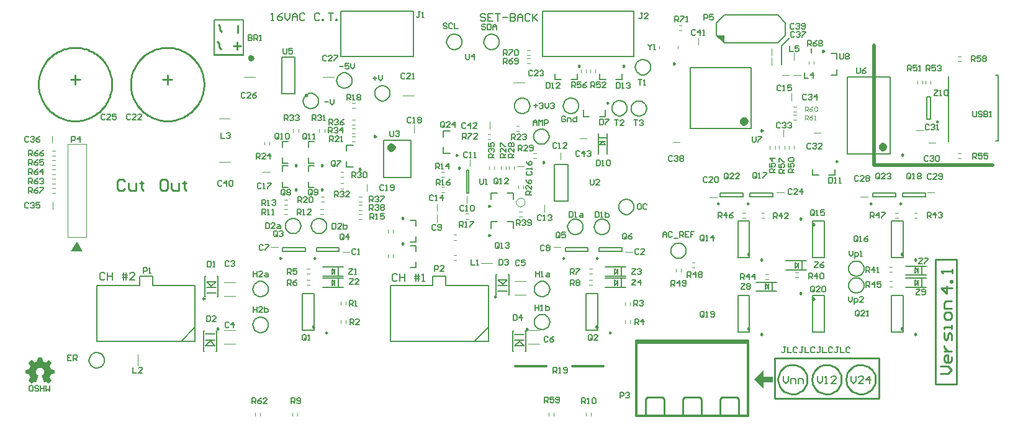
<source format=gto>
G04*
G04 #@! TF.GenerationSoftware,Altium Limited,Altium Designer,21.6.1 (37)*
G04*
G04 Layer_Color=65535*
%FSLAX25Y25*%
%MOIN*%
G70*
G04*
G04 #@! TF.SameCoordinates,E8E7377F-12F3-41F2-B4DA-774CBFF52AF4*
G04*
G04*
G04 #@! TF.FilePolarity,Positive*
G04*
G01*
G75*
%ADD10C,0.02362*%
%ADD11C,0.00984*%
%ADD12C,0.01300*%
%ADD13C,0.00800*%
%ADD14C,0.01000*%
%ADD15C,0.00394*%
%ADD16C,0.01968*%
%ADD17C,0.00787*%
%ADD18C,0.00591*%
%ADD19C,0.00500*%
%ADD20C,0.01200*%
%ADD21C,0.00787*%
%ADD22C,0.01181*%
%ADD23C,0.02000*%
%ADD24C,0.00700*%
%ADD25C,0.00400*%
G36*
X74046Y115255D02*
X67546Y115255D01*
X71046Y120756D01*
X74046Y115255D01*
X74046Y115255D02*
G37*
G36*
X439500Y51500D02*
X434500Y46500D01*
X439500Y41500D01*
X439500Y45000D01*
X444500Y45000D01*
X444500Y48000D01*
X439500Y48000D01*
X439500Y51500D01*
X439500Y51500D02*
G37*
G36*
X414439Y231434D02*
X418639Y231434D01*
X418639Y227234D01*
X414439Y231434D01*
X414439Y231434D02*
G37*
G36*
X52243Y58382D02*
X52243Y58345D01*
X52243Y58307D01*
X52651Y56345D01*
X52651Y56271D01*
X52688Y56234D01*
X52725Y56234D01*
X54058Y55678D01*
X54206Y55678D01*
X55835Y56863D01*
X55946Y56863D01*
X55983Y56826D01*
X57427Y55456D01*
X57427Y55419D01*
X57427Y55382D01*
X57427Y55345D01*
X57427Y55308D01*
X56279Y53642D01*
X56279Y53605D01*
X56279Y53568D01*
X56279Y53531D01*
X56279Y53494D01*
X56835Y52123D01*
X56946Y52049D01*
X56983Y52049D01*
X58872Y51716D01*
X58909Y51716D01*
X58946Y51679D01*
X58946Y51642D01*
X58946Y51605D01*
X58946Y49643D01*
X58946Y49568D01*
X58909Y49531D01*
X58872Y49531D01*
X57020Y49161D01*
X56983Y49161D01*
X56946Y49124D01*
X56946Y49087D01*
X56946Y49050D01*
X56317Y47606D01*
X56317Y47569D01*
X56317Y47532D01*
X56317Y47495D01*
X56317Y47458D01*
X57427Y45902D01*
X57427Y45865D01*
X57427Y45828D01*
X57427Y45791D01*
X55983Y44384D01*
X55909Y44347D01*
X55872Y44347D01*
X55835Y44384D01*
X54317Y45421D01*
X54206Y45421D01*
X53539Y45051D01*
X53428Y45088D01*
X53391Y45088D01*
X52021Y48458D01*
X52021Y48569D01*
X52058Y48606D01*
X52243Y48680D01*
X52243Y48717D01*
X52280Y48717D01*
X52317Y48754D01*
X52354Y48791D01*
X52688Y49050D01*
X52947Y49309D01*
X53095Y49606D01*
X53243Y49902D01*
X53317Y50161D01*
X53354Y50383D01*
X53354Y50531D01*
X53354Y50568D01*
X53317Y50902D01*
X53243Y51198D01*
X53169Y51457D01*
X53021Y51679D01*
X52910Y51864D01*
X52836Y52012D01*
X52762Y52087D01*
X52725Y52123D01*
X52465Y52346D01*
X52206Y52494D01*
X51947Y52642D01*
X51688Y52716D01*
X51503Y52753D01*
X51318Y52790D01*
X51169Y52790D01*
X50836Y52753D01*
X50540Y52679D01*
X50281Y52568D01*
X50059Y52457D01*
X49873Y52346D01*
X49725Y52235D01*
X49651Y52161D01*
X49614Y52123D01*
X49392Y51864D01*
X49244Y51605D01*
X49133Y51346D01*
X49059Y51124D01*
X49022Y50902D01*
X48985Y50716D01*
X48985Y50605D01*
X48985Y50568D01*
X49022Y50161D01*
X49133Y49791D01*
X49318Y49494D01*
X49466Y49235D01*
X49651Y49050D01*
X49836Y48902D01*
X49947Y48828D01*
X49984Y48791D01*
X50021Y48754D01*
X50059Y48717D01*
X50095Y48680D01*
X50281Y48606D01*
X50318Y48495D01*
X50318Y48458D01*
X48910Y45088D01*
X48873Y45051D01*
X48799Y45051D01*
X48170Y45421D01*
X48022Y45421D01*
X46504Y44384D01*
X46429Y44347D01*
X46393Y44347D01*
X46356Y44384D01*
X44948Y45791D01*
X44948Y45828D01*
X44948Y45902D01*
X46022Y47458D01*
X46022Y47495D01*
X46022Y47532D01*
X46022Y47569D01*
X46022Y47606D01*
X45393Y49050D01*
X45393Y49124D01*
X45356Y49161D01*
X45319Y49161D01*
X43467Y49531D01*
X43430Y49568D01*
X43393Y49606D01*
X43393Y49643D01*
X43393Y51605D01*
X43393Y51679D01*
X43430Y51716D01*
X43467Y51716D01*
X45356Y52049D01*
X45430Y52049D01*
X45467Y52087D01*
X45467Y52123D01*
X46059Y53494D01*
X46059Y53531D01*
X46059Y53568D01*
X46059Y53642D01*
X44948Y55308D01*
X44948Y55345D01*
X44948Y55382D01*
X44948Y55419D01*
X44948Y55456D01*
X46356Y56826D01*
X46429Y56863D01*
X46504Y56863D01*
X48170Y55678D01*
X48281Y55678D01*
X49614Y56234D01*
X49651Y56271D01*
X49688Y56308D01*
X49688Y56345D01*
X50095Y58307D01*
X50095Y58382D01*
X50133Y58419D01*
X52206Y58419D01*
X52243Y58382D01*
X52243Y58382D02*
G37*
D10*
X240880Y171108D02*
X240436Y172031D01*
X239436Y172259D01*
X238635Y171620D01*
X238635Y170595D01*
X239436Y169956D01*
X240436Y170184D01*
X240880Y171108D01*
X430224Y185232D02*
X429780Y186156D01*
X428781Y186384D01*
X427979Y185745D01*
X427979Y184720D01*
X428781Y184081D01*
X429780Y184309D01*
X430224Y185232D01*
X504754Y171482D02*
X504310Y172405D01*
X503310Y172633D01*
X502509Y171994D01*
X502509Y170969D01*
X503310Y170330D01*
X504310Y170559D01*
X504754Y171482D01*
D11*
X231530Y177013D02*
X230792Y177440D01*
X230792Y176587D01*
X231530Y177013D01*
X356292Y194929D02*
X355554Y195355D01*
X355554Y194503D01*
X356292Y194929D01*
X439181Y180114D02*
X438443Y180540D01*
X438443Y179688D01*
X439181Y180114D01*
X180807Y111575D02*
X180069Y112001D01*
X180069Y111149D01*
X180807Y111575D01*
X198917Y111575D02*
X198179Y112001D01*
X198179Y111149D01*
X198917Y111575D01*
X350689Y111575D02*
X349951Y112001D01*
X349951Y111149D01*
X350689Y111575D01*
X332579Y111575D02*
X331840Y112001D01*
X331840Y111149D01*
X332579Y111575D01*
X513709Y140957D02*
X512970Y141383D01*
X512970Y140531D01*
X513709Y140957D01*
X415709Y140957D02*
X414970Y141383D01*
X414970Y140531D01*
X415709Y140957D01*
X497709Y140957D02*
X496971Y141383D01*
X496971Y140531D01*
X497709Y140957D01*
X431709Y140957D02*
X430970Y141383D01*
X430970Y140531D01*
X431709Y140957D01*
X514695Y167171D02*
X513957Y167597D01*
X513957Y166745D01*
X514695Y167171D01*
X533459Y184931D02*
X532721Y185357D01*
X532721Y184504D01*
X533459Y184931D01*
X322066Y163061D02*
X321328Y163487D01*
X321328Y162634D01*
X322066Y163061D01*
X194535Y199059D02*
X193797Y199485D01*
X193797Y198633D01*
X194535Y199059D01*
X276613Y160089D02*
X275875Y160515D01*
X275875Y159663D01*
X276613Y160089D01*
X139538Y90012D02*
X138800Y90438D01*
X138800Y89586D01*
X139538Y90012D01*
X296038Y91012D02*
X295300Y91438D01*
X295300Y90586D01*
X296038Y91012D01*
X147038Y73699D02*
X146300Y74125D01*
X146300Y73273D01*
X147038Y73699D01*
X312992Y73493D02*
X312254Y73919D01*
X312254Y73067D01*
X312992Y73493D01*
X292892Y139571D02*
X292154Y139997D01*
X292154Y139145D01*
X292892Y139571D01*
X292892Y123971D02*
X292154Y124397D01*
X292154Y123545D01*
X292892Y123971D01*
X223421Y159400D02*
X222683Y159826D01*
X222683Y158974D01*
X223421Y159400D01*
X275392Y166960D02*
X274654Y167386D01*
X274654Y166534D01*
X275392Y166960D01*
X472192Y222800D02*
X471454Y223226D01*
X471454Y222374D01*
X472192Y222800D01*
X341085Y214814D02*
X340347Y215240D01*
X340347Y214388D01*
X341085Y214814D01*
X365085Y214814D02*
X364347Y215240D01*
X364347Y214388D01*
X365085Y214814D01*
X479492Y163600D02*
X478754Y164026D01*
X478754Y163174D01*
X479492Y163600D01*
X246291Y119500D02*
X245553Y119926D01*
X245553Y119074D01*
X246291Y119500D01*
X246291Y133100D02*
X245553Y133526D01*
X245553Y132674D01*
X246291Y133100D01*
X203138Y148505D02*
X202400Y148932D01*
X202400Y148079D01*
X203138Y148505D01*
X189138Y148505D02*
X188400Y148932D01*
X188400Y148079D01*
X189138Y148505D01*
X203138Y161505D02*
X202400Y161932D01*
X202400Y161079D01*
X203138Y161505D01*
X189138Y161505D02*
X188400Y161932D01*
X188400Y161079D01*
X189138Y161505D01*
X205439Y71671D02*
X204701Y72097D01*
X204701Y71245D01*
X205439Y71671D01*
X198287Y74714D02*
X197549Y75140D01*
X197549Y74288D01*
X198287Y74714D01*
X357683Y71671D02*
X356945Y72097D01*
X356945Y71245D01*
X357683Y71671D01*
X350532Y74714D02*
X349793Y75140D01*
X349793Y74288D01*
X350532Y74714D01*
X459992Y132787D02*
X459254Y133214D01*
X459254Y132361D01*
X459992Y132787D01*
X467144Y129744D02*
X466406Y130170D01*
X466406Y129318D01*
X467144Y129744D01*
X521638Y110701D02*
X520900Y111127D01*
X520900Y110275D01*
X521638Y110701D01*
X514486Y113744D02*
X513748Y114170D01*
X513748Y113318D01*
X514486Y113744D01*
X459992Y92787D02*
X459254Y93214D01*
X459254Y92361D01*
X459992Y92787D01*
X467144Y89744D02*
X466406Y90170D01*
X466406Y89318D01*
X467144Y89744D01*
X521638Y70701D02*
X520900Y71127D01*
X520900Y70275D01*
X521638Y70701D01*
X514486Y73744D02*
X513748Y74170D01*
X513748Y73318D01*
X514486Y73744D01*
X439138Y110701D02*
X438400Y111127D01*
X438400Y110275D01*
X439138Y110701D01*
X431986Y113744D02*
X431248Y114170D01*
X431248Y113318D01*
X431986Y113744D01*
X439138Y70701D02*
X438400Y71127D01*
X438400Y70275D01*
X439138Y70701D01*
X431986Y73744D02*
X431248Y74170D01*
X431248Y73318D01*
X431986Y73744D01*
D12*
X392106Y215953D02*
X391506Y216300D01*
X391506Y215607D01*
X392106Y215953D01*
D13*
X218679Y207006D02*
X218559Y207995D01*
X218206Y208927D01*
X217640Y209747D01*
X216894Y210408D01*
X216012Y210871D01*
X215044Y211109D01*
X214047Y211109D01*
X213080Y210871D01*
X212197Y210408D01*
X211451Y209747D01*
X210885Y208927D01*
X210532Y207995D01*
X210412Y207006D01*
X210532Y206016D01*
X210885Y205084D01*
X211451Y204264D01*
X212197Y203603D01*
X213080Y203140D01*
X214047Y202902D01*
X215044Y202902D01*
X216012Y203140D01*
X216894Y203603D01*
X217640Y204264D01*
X218206Y205084D01*
X218559Y206016D01*
X218679Y207006D01*
X314234Y193402D02*
X314114Y194391D01*
X313760Y195323D01*
X313194Y196143D01*
X312448Y196804D01*
X311566Y197267D01*
X310598Y197505D01*
X309602Y197505D01*
X308634Y197267D01*
X307752Y196804D01*
X307006Y196143D01*
X306440Y195323D01*
X306086Y194391D01*
X305966Y193402D01*
X306086Y192412D01*
X306440Y191481D01*
X307006Y190660D01*
X307752Y189999D01*
X308634Y189536D01*
X309602Y189298D01*
X310598Y189298D01*
X311566Y189536D01*
X312448Y189999D01*
X313194Y190660D01*
X313760Y191481D01*
X314114Y192412D01*
X314234Y193402D01*
X340334Y193402D02*
X340214Y194391D01*
X339860Y195323D01*
X339294Y196143D01*
X338548Y196804D01*
X337666Y197267D01*
X336698Y197505D01*
X335702Y197505D01*
X334734Y197267D01*
X333852Y196804D01*
X333106Y196143D01*
X332540Y195323D01*
X332186Y194391D01*
X332066Y193402D01*
X332186Y192412D01*
X332540Y191481D01*
X333106Y190660D01*
X333852Y189999D01*
X334734Y189536D01*
X335702Y189298D01*
X336698Y189298D01*
X337666Y189536D01*
X338548Y189999D01*
X339294Y190660D01*
X339860Y191481D01*
X340214Y192412D01*
X340334Y193402D01*
X297727Y227714D02*
X297607Y228703D01*
X297253Y229635D01*
X296687Y230455D01*
X295941Y231116D01*
X295059Y231579D01*
X294091Y231818D01*
X293095Y231818D01*
X292127Y231579D01*
X291245Y231116D01*
X290499Y230455D01*
X289933Y229635D01*
X289579Y228703D01*
X289459Y227714D01*
X289579Y226725D01*
X289933Y225793D01*
X290499Y224973D01*
X291245Y224312D01*
X292127Y223849D01*
X293095Y223610D01*
X294091Y223610D01*
X295059Y223849D01*
X295941Y224312D01*
X296687Y224973D01*
X297253Y225793D01*
X297607Y226725D01*
X297727Y227714D01*
X277727Y227714D02*
X277607Y228703D01*
X277253Y229635D01*
X276687Y230455D01*
X275941Y231116D01*
X275059Y231579D01*
X274091Y231818D01*
X273095Y231818D01*
X272127Y231579D01*
X271245Y231116D01*
X270499Y230455D01*
X269933Y229635D01*
X269579Y228703D01*
X269459Y227714D01*
X269579Y226725D01*
X269933Y225793D01*
X270499Y224973D01*
X271245Y224312D01*
X272127Y223849D01*
X273095Y223610D01*
X274091Y223610D01*
X275059Y223849D01*
X275941Y224312D01*
X276687Y224973D01*
X277253Y225793D01*
X277607Y226725D01*
X277727Y227714D01*
X200679Y196005D02*
X200559Y196995D01*
X200206Y197927D01*
X199640Y198747D01*
X198894Y199408D01*
X198012Y199871D01*
X197044Y200109D01*
X196047Y200109D01*
X195080Y199871D01*
X194197Y199408D01*
X193451Y198747D01*
X192885Y197927D01*
X192532Y196995D01*
X192412Y196005D01*
X192532Y195016D01*
X192885Y194084D01*
X193451Y193264D01*
X194197Y192603D01*
X195080Y192140D01*
X196047Y191902D01*
X197044Y191902D01*
X198012Y192140D01*
X198894Y192603D01*
X199640Y193264D01*
X200206Y194084D01*
X200559Y195016D01*
X200679Y196005D01*
X398134Y115581D02*
X398014Y116570D01*
X397660Y117502D01*
X397094Y118322D01*
X396348Y118983D01*
X395466Y119446D01*
X394498Y119685D01*
X393502Y119685D01*
X392534Y119446D01*
X391652Y118983D01*
X390906Y118322D01*
X390340Y117502D01*
X389986Y116570D01*
X389866Y115581D01*
X389986Y114592D01*
X390340Y113660D01*
X390906Y112840D01*
X391652Y112179D01*
X392534Y111716D01*
X393502Y111477D01*
X394498Y111477D01*
X395466Y111716D01*
X396348Y112179D01*
X397094Y112840D01*
X397660Y113660D01*
X398014Y114592D01*
X398134Y115581D01*
X173679Y95006D02*
X173559Y95995D01*
X173206Y96927D01*
X172640Y97747D01*
X171894Y98408D01*
X171012Y98871D01*
X170044Y99109D01*
X169047Y99109D01*
X168080Y98871D01*
X167197Y98408D01*
X166451Y97747D01*
X165885Y96927D01*
X165532Y95995D01*
X165412Y95006D01*
X165532Y94016D01*
X165885Y93084D01*
X166451Y92264D01*
X167197Y91603D01*
X168080Y91140D01*
X169047Y90902D01*
X170044Y90902D01*
X171012Y91140D01*
X171894Y91603D01*
X172640Y92264D01*
X173206Y93084D01*
X173559Y94016D01*
X173679Y95006D01*
X324880Y95006D02*
X324759Y95995D01*
X324406Y96927D01*
X323840Y97747D01*
X323094Y98408D01*
X322212Y98871D01*
X321244Y99109D01*
X320247Y99109D01*
X319280Y98871D01*
X318397Y98408D01*
X317651Y97747D01*
X317085Y96927D01*
X316732Y95995D01*
X316612Y95006D01*
X316732Y94016D01*
X317085Y93084D01*
X317651Y92264D01*
X318397Y91603D01*
X319280Y91140D01*
X320247Y90902D01*
X321244Y90902D01*
X322212Y91140D01*
X323094Y91603D01*
X323840Y92264D01*
X324406Y93084D01*
X324759Y94016D01*
X324880Y95006D01*
X324534Y176900D02*
X324414Y177889D01*
X324060Y178821D01*
X323494Y179641D01*
X322748Y180302D01*
X321866Y180765D01*
X320898Y181004D01*
X319902Y181004D01*
X318934Y180765D01*
X318052Y180302D01*
X317306Y179641D01*
X316740Y178821D01*
X316386Y177889D01*
X316266Y176900D01*
X316386Y175911D01*
X316740Y174979D01*
X317306Y174159D01*
X318052Y173498D01*
X318934Y173035D01*
X319902Y172796D01*
X320898Y172796D01*
X321866Y173035D01*
X322748Y173498D01*
X323494Y174159D01*
X324060Y174979D01*
X324414Y175911D01*
X324534Y176900D01*
X191234Y128900D02*
X191114Y129889D01*
X190760Y130821D01*
X190194Y131641D01*
X189448Y132302D01*
X188566Y132765D01*
X187598Y133004D01*
X186602Y133004D01*
X185634Y132765D01*
X184752Y132302D01*
X184006Y131641D01*
X183440Y130821D01*
X183086Y129889D01*
X182966Y128900D01*
X183086Y127911D01*
X183440Y126979D01*
X184006Y126159D01*
X184752Y125498D01*
X185634Y125035D01*
X186602Y124796D01*
X187598Y124796D01*
X188566Y125035D01*
X189448Y125498D01*
X190194Y126159D01*
X190760Y126979D01*
X191114Y127911D01*
X191234Y128900D01*
X239134Y200200D02*
X239014Y201189D01*
X238660Y202121D01*
X238094Y202941D01*
X237348Y203602D01*
X236466Y204065D01*
X235498Y204304D01*
X234502Y204304D01*
X233534Y204065D01*
X232652Y203602D01*
X231906Y202941D01*
X231340Y202121D01*
X230986Y201189D01*
X230866Y200200D01*
X230986Y199211D01*
X231340Y198279D01*
X231906Y197459D01*
X232652Y196798D01*
X233534Y196335D01*
X234502Y196096D01*
X235498Y196096D01*
X236466Y196335D01*
X237348Y196798D01*
X238094Y197459D01*
X238660Y198279D01*
X239014Y199211D01*
X239134Y200200D01*
X85727Y56714D02*
X85607Y57704D01*
X85253Y58635D01*
X84687Y59455D01*
X83941Y60116D01*
X83059Y60579D01*
X82091Y60818D01*
X81095Y60818D01*
X80127Y60579D01*
X79245Y60116D01*
X78499Y59455D01*
X77933Y58635D01*
X77579Y57704D01*
X77459Y56714D01*
X77579Y55725D01*
X77933Y54793D01*
X78499Y53973D01*
X79245Y53312D01*
X80127Y52849D01*
X81095Y52610D01*
X82091Y52610D01*
X83059Y52849D01*
X83941Y53312D01*
X84687Y53973D01*
X85253Y54793D01*
X85607Y55725D01*
X85727Y56714D01*
X370134Y139181D02*
X370014Y140170D01*
X369660Y141102D01*
X369094Y141922D01*
X368348Y142583D01*
X367466Y143046D01*
X366498Y143285D01*
X365502Y143285D01*
X364534Y143046D01*
X363652Y142583D01*
X362906Y141922D01*
X362340Y141102D01*
X361986Y140170D01*
X361866Y139181D01*
X361986Y138192D01*
X362340Y137260D01*
X362906Y136440D01*
X363652Y135779D01*
X364534Y135316D01*
X365502Y135077D01*
X366498Y135077D01*
X367466Y135316D01*
X368348Y135779D01*
X369094Y136440D01*
X369660Y137260D01*
X370014Y138192D01*
X370134Y139181D01*
X205034Y128902D02*
X204914Y129891D01*
X204560Y130823D01*
X203994Y131643D01*
X203248Y132304D01*
X202366Y132767D01*
X201398Y133005D01*
X200402Y133005D01*
X199434Y132767D01*
X198552Y132304D01*
X197806Y131643D01*
X197240Y130823D01*
X196886Y129891D01*
X196766Y128902D01*
X196886Y127912D01*
X197240Y126980D01*
X197806Y126160D01*
X198552Y125499D01*
X199434Y125036D01*
X200402Y124798D01*
X201398Y124798D01*
X202366Y125036D01*
X203248Y125499D01*
X203994Y126160D01*
X204560Y126980D01*
X204914Y127912D01*
X205034Y128902D01*
X173679Y75805D02*
X173559Y76794D01*
X173206Y77726D01*
X172640Y78546D01*
X171894Y79207D01*
X171012Y79670D01*
X170044Y79908D01*
X169047Y79908D01*
X168080Y79670D01*
X167197Y79207D01*
X166451Y78546D01*
X165885Y77726D01*
X165532Y76794D01*
X165412Y75805D01*
X165532Y74815D01*
X165885Y73884D01*
X166451Y73063D01*
X167197Y72403D01*
X168080Y71939D01*
X169047Y71701D01*
X170044Y71701D01*
X171012Y71939D01*
X171894Y72403D01*
X172640Y73063D01*
X173206Y73884D01*
X173559Y74815D01*
X173679Y75805D01*
X324880Y77306D02*
X324759Y78295D01*
X324406Y79227D01*
X323840Y80047D01*
X323094Y80708D01*
X322212Y81171D01*
X321244Y81409D01*
X320247Y81409D01*
X319280Y81171D01*
X318397Y80708D01*
X317651Y80047D01*
X317085Y79227D01*
X316732Y78295D01*
X316612Y77306D01*
X316732Y76316D01*
X317085Y75384D01*
X317651Y74564D01*
X318397Y73903D01*
X319280Y73440D01*
X320247Y73202D01*
X321244Y73202D01*
X322212Y73440D01*
X323094Y73903D01*
X323840Y74564D01*
X324406Y75384D01*
X324759Y76316D01*
X324880Y77306D01*
X379034Y214200D02*
X378914Y215189D01*
X378560Y216121D01*
X377994Y216941D01*
X377248Y217602D01*
X376366Y218065D01*
X375398Y218304D01*
X374402Y218304D01*
X373434Y218065D01*
X372552Y217602D01*
X371806Y216941D01*
X371240Y216121D01*
X370886Y215189D01*
X370766Y214200D01*
X370886Y213211D01*
X371240Y212279D01*
X371806Y211459D01*
X372552Y210798D01*
X373434Y210335D01*
X374402Y210096D01*
X375398Y210096D01*
X376366Y210335D01*
X377248Y210798D01*
X377994Y211459D01*
X378560Y212279D01*
X378914Y213211D01*
X379034Y214200D01*
X357034Y128400D02*
X356914Y129389D01*
X356560Y130321D01*
X355994Y131141D01*
X355248Y131802D01*
X354366Y132265D01*
X353398Y132504D01*
X352402Y132504D01*
X351434Y132265D01*
X350552Y131802D01*
X349806Y131141D01*
X349240Y130321D01*
X348886Y129389D01*
X348766Y128400D01*
X348886Y127411D01*
X349240Y126479D01*
X349806Y125659D01*
X350552Y124998D01*
X351434Y124535D01*
X352402Y124296D01*
X353398Y124296D01*
X354366Y124535D01*
X355248Y124998D01*
X355994Y125659D01*
X356560Y126479D01*
X356914Y127411D01*
X357034Y128400D01*
X342734Y128500D02*
X342614Y129489D01*
X342260Y130421D01*
X341694Y131241D01*
X340948Y131902D01*
X340066Y132365D01*
X339098Y132604D01*
X338102Y132604D01*
X337134Y132365D01*
X336252Y131902D01*
X335506Y131241D01*
X334940Y130421D01*
X334586Y129489D01*
X334466Y128500D01*
X334586Y127511D01*
X334940Y126579D01*
X335506Y125759D01*
X336252Y125098D01*
X337134Y124635D01*
X338102Y124396D01*
X339098Y124396D01*
X340066Y124635D01*
X340948Y125098D01*
X341694Y125759D01*
X342260Y126579D01*
X342614Y127511D01*
X342734Y128500D01*
X366434Y192181D02*
X366314Y193170D01*
X365960Y194102D01*
X365394Y194922D01*
X364648Y195583D01*
X363766Y196046D01*
X362798Y196285D01*
X361802Y196285D01*
X360834Y196046D01*
X359952Y195583D01*
X359206Y194922D01*
X358640Y194102D01*
X358286Y193170D01*
X358166Y192181D01*
X358286Y191192D01*
X358640Y190260D01*
X359206Y189440D01*
X359952Y188779D01*
X360834Y188316D01*
X361802Y188077D01*
X362798Y188077D01*
X363766Y188316D01*
X364648Y188779D01*
X365394Y189440D01*
X365960Y190260D01*
X366314Y191192D01*
X366434Y192181D01*
X376934Y192000D02*
X376814Y192989D01*
X376460Y193921D01*
X375894Y194741D01*
X375148Y195402D01*
X374266Y195865D01*
X373298Y196104D01*
X372302Y196104D01*
X371334Y195865D01*
X370452Y195402D01*
X369706Y194741D01*
X369140Y193921D01*
X368786Y192989D01*
X368666Y192000D01*
X368786Y191011D01*
X369140Y190079D01*
X369706Y189259D01*
X370452Y188598D01*
X371334Y188135D01*
X372302Y187896D01*
X373298Y187896D01*
X374266Y188135D01*
X375148Y188598D01*
X375894Y189259D01*
X376460Y190079D01*
X376814Y191011D01*
X376934Y192000D01*
X493634Y106000D02*
X493514Y106989D01*
X493160Y107921D01*
X492594Y108741D01*
X491848Y109402D01*
X490966Y109865D01*
X489998Y110104D01*
X489002Y110104D01*
X488034Y109865D01*
X487152Y109402D01*
X486406Y108741D01*
X485840Y107921D01*
X485486Y106989D01*
X485366Y106000D01*
X485486Y105011D01*
X485840Y104079D01*
X486406Y103259D01*
X487152Y102598D01*
X488034Y102135D01*
X489002Y101896D01*
X489998Y101896D01*
X490966Y102135D01*
X491848Y102598D01*
X492594Y103259D01*
X493160Y104079D01*
X493514Y105011D01*
X493634Y106000D01*
X493634Y97000D02*
X493514Y97989D01*
X493160Y98921D01*
X492594Y99741D01*
X491848Y100402D01*
X490966Y100865D01*
X489998Y101104D01*
X489002Y101104D01*
X488034Y100865D01*
X487152Y100402D01*
X486406Y99741D01*
X485840Y98921D01*
X485486Y97989D01*
X485366Y97000D01*
X485486Y96011D01*
X485840Y95079D01*
X486406Y94259D01*
X487152Y93598D01*
X488034Y93135D01*
X489002Y92896D01*
X489998Y92896D01*
X490966Y93135D01*
X491848Y93598D01*
X492594Y94259D01*
X493160Y95079D01*
X493514Y96011D01*
X493634Y97000D01*
X450300Y48399D02*
X450300Y45733D01*
X451633Y44400D01*
X452966Y45733D01*
X452966Y48399D01*
X454299Y44400D02*
X454299Y47066D01*
X456298Y47066D01*
X456964Y46399D01*
X456964Y44400D01*
X458297Y44400D02*
X458297Y47066D01*
X460297Y47066D01*
X460963Y46399D01*
X460963Y44400D01*
X468700Y48399D02*
X468700Y45733D01*
X470033Y44400D01*
X471366Y45733D01*
X471366Y48399D01*
X472699Y44400D02*
X474032Y44400D01*
X473365Y44400D01*
X473365Y48399D01*
X472699Y47732D01*
X478697Y44400D02*
X476031Y44400D01*
X478697Y47066D01*
X478697Y47732D01*
X478030Y48399D01*
X476697Y48399D01*
X476031Y47732D01*
X486700Y48399D02*
X486700Y45733D01*
X488033Y44400D01*
X489366Y45733D01*
X489366Y48399D01*
X493364Y44400D02*
X490699Y44400D01*
X493364Y47066D01*
X493364Y47732D01*
X492698Y48399D01*
X491365Y48399D01*
X490699Y47732D01*
X496697Y44400D02*
X496697Y48399D01*
X494697Y46399D01*
X497363Y46399D01*
X243011Y102638D02*
X242345Y103304D01*
X241012Y103304D01*
X240346Y102638D01*
X240346Y99972D01*
X241012Y99305D01*
X242345Y99305D01*
X243011Y99972D01*
X244344Y103304D02*
X244344Y99305D01*
X244344Y101305D01*
X247010Y101305D01*
X247010Y103304D01*
X247010Y99305D01*
X253008Y99305D02*
X253008Y103304D01*
X254341Y103304D02*
X254341Y99305D01*
X252342Y101971D02*
X254341Y101971D01*
X255008Y101971D01*
X252342Y100638D02*
X255008Y100638D01*
X256341Y99305D02*
X257673Y99305D01*
X257007Y99305D01*
X257007Y103304D01*
X256341Y102638D01*
X85866Y103132D02*
X85199Y103799D01*
X83866Y103799D01*
X83200Y103132D01*
X83200Y100466D01*
X83866Y99800D01*
X85199Y99800D01*
X85866Y100466D01*
X87199Y103799D02*
X87199Y99800D01*
X87199Y101799D01*
X89864Y101799D01*
X89864Y103799D01*
X89864Y99800D01*
X95863Y99800D02*
X95863Y103799D01*
X97196Y103799D02*
X97196Y99800D01*
X95196Y102466D02*
X97196Y102466D01*
X97862Y102466D01*
X95196Y101133D02*
X97862Y101133D01*
X101861Y99800D02*
X99195Y99800D01*
X101861Y102466D01*
X101861Y103132D01*
X101194Y103799D01*
X99861Y103799D01*
X99195Y103132D01*
X290466Y242313D02*
X289799Y242980D01*
X288466Y242980D01*
X287800Y242313D01*
X287800Y241647D01*
X288466Y240981D01*
X289799Y240981D01*
X290466Y240314D01*
X290466Y239648D01*
X289799Y238981D01*
X288466Y238981D01*
X287800Y239648D01*
X294464Y242980D02*
X291799Y242980D01*
X291799Y238981D01*
X294464Y238981D01*
X291799Y240981D02*
X293132Y240981D01*
X295797Y242980D02*
X298463Y242980D01*
X297130Y242980D01*
X297130Y238981D01*
X299796Y240981D02*
X302462Y240981D01*
X303795Y242980D02*
X303795Y238981D01*
X305794Y238981D01*
X306461Y239648D01*
X306461Y240314D01*
X305794Y240981D01*
X303795Y240981D01*
X305794Y240981D01*
X306461Y241647D01*
X306461Y242313D01*
X305794Y242980D01*
X303795Y242980D01*
X307794Y238981D02*
X307794Y241647D01*
X309126Y242980D01*
X310459Y241647D01*
X310459Y238981D01*
X310459Y240981D01*
X307794Y240981D01*
X314458Y242313D02*
X313792Y242980D01*
X312459Y242980D01*
X311792Y242313D01*
X311792Y239648D01*
X312459Y238981D01*
X313792Y238981D01*
X314458Y239648D01*
X315791Y242980D02*
X315791Y238981D01*
X315791Y240314D01*
X318457Y242980D01*
X316457Y240981D01*
X318457Y238981D01*
X175246Y239305D02*
X176579Y239305D01*
X175912Y239305D01*
X175912Y243304D01*
X175246Y242638D01*
X181244Y243304D02*
X179911Y242638D01*
X178578Y241305D01*
X178578Y239972D01*
X179244Y239305D01*
X180577Y239305D01*
X181244Y239972D01*
X181244Y240638D01*
X180577Y241305D01*
X178578Y241305D01*
X182577Y243304D02*
X182577Y240638D01*
X183909Y239305D01*
X185242Y240638D01*
X185242Y243304D01*
X186575Y239305D02*
X186575Y241971D01*
X187908Y243304D01*
X189241Y241971D01*
X189241Y239305D01*
X189241Y241305D01*
X186575Y241305D01*
X193240Y242638D02*
X192573Y243304D01*
X191241Y243304D01*
X190574Y242638D01*
X190574Y239972D01*
X191241Y239305D01*
X192573Y239305D01*
X193240Y239972D01*
X201237Y242638D02*
X200571Y243304D01*
X199238Y243304D01*
X198572Y242638D01*
X198572Y239972D01*
X199238Y239305D01*
X200571Y239305D01*
X201237Y239972D01*
X202570Y239305D02*
X202570Y239972D01*
X203237Y239972D01*
X203237Y239305D01*
X202570Y239305D01*
X205902Y243304D02*
X208568Y243304D01*
X207235Y243304D01*
X207235Y239305D01*
X209901Y239305D02*
X209901Y239972D01*
X210568Y239972D01*
X210568Y239305D01*
X209901Y239305D01*
D14*
X89731Y205006D02*
X89705Y206002D01*
X89630Y206997D01*
X89504Y207986D01*
X89328Y208968D01*
X89102Y209940D01*
X88828Y210898D01*
X88505Y211842D01*
X88135Y212768D01*
X87719Y213675D01*
X87257Y214559D01*
X86751Y215418D01*
X86202Y216251D01*
X85612Y217055D01*
X84982Y217828D01*
X84313Y218568D01*
X83608Y219273D01*
X82868Y219942D01*
X82095Y220572D01*
X81291Y221162D01*
X80458Y221711D01*
X79599Y222217D01*
X78715Y222679D01*
X77809Y223095D01*
X76882Y223465D01*
X75939Y223788D01*
X74980Y224062D01*
X74008Y224288D01*
X73027Y224464D01*
X72037Y224590D01*
X71043Y224665D01*
X70046Y224691D01*
X69049Y224665D01*
X68054Y224590D01*
X67065Y224464D01*
X66083Y224288D01*
X65112Y224062D01*
X64153Y223788D01*
X63209Y223465D01*
X62283Y223095D01*
X61377Y222679D01*
X60492Y222217D01*
X59633Y221711D01*
X58800Y221162D01*
X57996Y220572D01*
X57223Y219942D01*
X56483Y219273D01*
X55778Y218568D01*
X55110Y217828D01*
X54479Y217055D01*
X53889Y216251D01*
X53340Y215418D01*
X52834Y214559D01*
X52372Y213675D01*
X51956Y212768D01*
X51586Y211842D01*
X51263Y210898D01*
X50989Y209940D01*
X50764Y208968D01*
X50588Y207986D01*
X50462Y206997D01*
X50386Y206002D01*
X50361Y205006D01*
X50386Y204008D01*
X50462Y203014D01*
X50588Y202025D01*
X50764Y201043D01*
X50989Y200071D01*
X51263Y199112D01*
X51586Y198169D01*
X51956Y197243D01*
X52372Y196336D01*
X52834Y195452D01*
X53340Y194593D01*
X53889Y193760D01*
X54479Y192956D01*
X55110Y192183D01*
X55778Y191443D01*
X56483Y190738D01*
X57223Y190069D01*
X57996Y189439D01*
X58800Y188849D01*
X59633Y188300D01*
X60492Y187794D01*
X61377Y187332D01*
X62283Y186916D01*
X63209Y186546D01*
X64153Y186223D01*
X65112Y185949D01*
X66083Y185723D01*
X67065Y185547D01*
X68054Y185422D01*
X69049Y185346D01*
X70046Y185320D01*
X71043Y185346D01*
X72037Y185422D01*
X73027Y185547D01*
X74008Y185723D01*
X74980Y185949D01*
X75939Y186223D01*
X76882Y186546D01*
X77809Y186916D01*
X78715Y187332D01*
X79599Y187794D01*
X80458Y188300D01*
X81291Y188849D01*
X82095Y189439D01*
X82868Y190069D01*
X83608Y190738D01*
X84313Y191443D01*
X84982Y192183D01*
X85612Y192956D01*
X86203Y193760D01*
X86751Y194593D01*
X87257Y195452D01*
X87719Y196336D01*
X88135Y197243D01*
X88505Y198169D01*
X88828Y199113D01*
X89102Y200072D01*
X89328Y201043D01*
X89504Y202025D01*
X89630Y203014D01*
X89705Y204009D01*
X89731Y205006D01*
X139231Y205006D02*
X139205Y206002D01*
X139130Y206997D01*
X139004Y207986D01*
X138828Y208968D01*
X138602Y209940D01*
X138328Y210898D01*
X138005Y211842D01*
X137635Y212768D01*
X137219Y213675D01*
X136757Y214559D01*
X136251Y215418D01*
X135702Y216251D01*
X135112Y217055D01*
X134482Y217828D01*
X133813Y218568D01*
X133108Y219273D01*
X132368Y219942D01*
X131595Y220572D01*
X130791Y221162D01*
X129958Y221711D01*
X129099Y222217D01*
X128215Y222679D01*
X127309Y223095D01*
X126382Y223465D01*
X125439Y223788D01*
X124480Y224062D01*
X123508Y224288D01*
X122527Y224464D01*
X121537Y224590D01*
X120543Y224665D01*
X119546Y224691D01*
X118549Y224665D01*
X117554Y224590D01*
X116565Y224464D01*
X115583Y224288D01*
X114612Y224062D01*
X113653Y223788D01*
X112709Y223465D01*
X111783Y223095D01*
X110877Y222679D01*
X109993Y222217D01*
X109133Y221711D01*
X108300Y221162D01*
X107496Y220572D01*
X106723Y219942D01*
X105983Y219273D01*
X105278Y218568D01*
X104610Y217828D01*
X103979Y217055D01*
X103389Y216251D01*
X102840Y215418D01*
X102334Y214559D01*
X101872Y213675D01*
X101456Y212768D01*
X101086Y211842D01*
X100763Y210898D01*
X100489Y209940D01*
X100264Y208968D01*
X100088Y207986D01*
X99962Y206997D01*
X99886Y206002D01*
X99861Y205006D01*
X99886Y204008D01*
X99962Y203014D01*
X100088Y202025D01*
X100264Y201043D01*
X100489Y200071D01*
X100763Y199112D01*
X101086Y198169D01*
X101456Y197243D01*
X101872Y196336D01*
X102334Y195452D01*
X102840Y194593D01*
X103389Y193760D01*
X103979Y192956D01*
X104610Y192183D01*
X105278Y191443D01*
X105983Y190738D01*
X106723Y190069D01*
X107496Y189439D01*
X108300Y188849D01*
X109133Y188300D01*
X109993Y187794D01*
X110877Y187332D01*
X111783Y186916D01*
X112709Y186546D01*
X113653Y186223D01*
X114612Y185949D01*
X115583Y185723D01*
X116565Y185547D01*
X117554Y185422D01*
X118549Y185346D01*
X119546Y185320D01*
X120543Y185346D01*
X121537Y185422D01*
X122527Y185547D01*
X123508Y185723D01*
X124480Y185949D01*
X125439Y186223D01*
X126382Y186546D01*
X127309Y186916D01*
X128215Y187332D01*
X129099Y187794D01*
X129958Y188300D01*
X130791Y188849D01*
X131595Y189439D01*
X132368Y190069D01*
X133108Y190738D01*
X133813Y191443D01*
X134482Y192183D01*
X135112Y192956D01*
X135703Y193760D01*
X136251Y194593D01*
X136757Y195452D01*
X137219Y196336D01*
X137635Y197243D01*
X138005Y198169D01*
X138328Y199113D01*
X138602Y200072D01*
X138828Y201043D01*
X139004Y202025D01*
X139130Y203014D01*
X139205Y204009D01*
X139231Y205006D01*
X463155Y46500D02*
X463090Y47504D01*
X462898Y48492D01*
X462581Y49448D01*
X462144Y50355D01*
X461595Y51198D01*
X460943Y51964D01*
X460197Y52641D01*
X459372Y53217D01*
X458480Y53683D01*
X457535Y54030D01*
X456554Y54254D01*
X455552Y54351D01*
X454546Y54319D01*
X453552Y54158D01*
X452587Y53872D01*
X451667Y53464D01*
X450806Y52942D01*
X450019Y52315D01*
X449319Y51592D01*
X448717Y50785D01*
X448223Y49908D01*
X447845Y48975D01*
X447590Y48002D01*
X447461Y47003D01*
X447461Y45997D01*
X447590Y44998D01*
X447845Y44025D01*
X448223Y43092D01*
X448717Y42215D01*
X449319Y41408D01*
X450019Y40685D01*
X450806Y40058D01*
X451667Y39536D01*
X452587Y39128D01*
X453552Y38842D01*
X454546Y38681D01*
X455552Y38649D01*
X456554Y38746D01*
X457535Y38970D01*
X458479Y39317D01*
X459372Y39783D01*
X460197Y40359D01*
X460943Y41035D01*
X461595Y41802D01*
X462144Y42645D01*
X462581Y43552D01*
X462898Y44508D01*
X463090Y45496D01*
X463155Y46500D01*
X481455Y46500D02*
X481390Y47504D01*
X481198Y48492D01*
X480881Y49448D01*
X480444Y50355D01*
X479895Y51198D01*
X479243Y51964D01*
X478498Y52641D01*
X477672Y53217D01*
X476780Y53683D01*
X475835Y54030D01*
X474854Y54254D01*
X473852Y54351D01*
X472846Y54319D01*
X471852Y54158D01*
X470887Y53872D01*
X469967Y53464D01*
X469106Y52942D01*
X468319Y52315D01*
X467619Y51592D01*
X467017Y50785D01*
X466523Y49908D01*
X466145Y48975D01*
X465890Y48002D01*
X465761Y47003D01*
X465761Y45997D01*
X465890Y44998D01*
X466145Y44025D01*
X466523Y43092D01*
X467017Y42215D01*
X467619Y41408D01*
X468319Y40685D01*
X469106Y40058D01*
X469967Y39536D01*
X470887Y39128D01*
X471852Y38842D01*
X472846Y38681D01*
X473852Y38649D01*
X474854Y38746D01*
X475835Y38970D01*
X476780Y39317D01*
X477672Y39783D01*
X478498Y40359D01*
X479243Y41035D01*
X479895Y41802D01*
X480444Y42645D01*
X480881Y43552D01*
X481198Y44508D01*
X481390Y45496D01*
X481455Y46500D01*
X499755Y46500D02*
X499690Y47504D01*
X499498Y48492D01*
X499181Y49448D01*
X498744Y50355D01*
X498195Y51198D01*
X497543Y51964D01*
X496798Y52641D01*
X495972Y53217D01*
X495080Y53683D01*
X494135Y54030D01*
X493154Y54254D01*
X492152Y54351D01*
X491146Y54319D01*
X490152Y54158D01*
X489187Y53872D01*
X488267Y53464D01*
X487406Y52942D01*
X486619Y52315D01*
X485919Y51592D01*
X485317Y50785D01*
X484823Y49908D01*
X484445Y48975D01*
X484190Y48002D01*
X484061Y47003D01*
X484061Y45997D01*
X484190Y44998D01*
X484445Y44025D01*
X484823Y43092D01*
X485317Y42215D01*
X485919Y41408D01*
X486619Y40685D01*
X487406Y40058D01*
X488267Y39536D01*
X489187Y39128D01*
X490152Y38842D01*
X491146Y38681D01*
X492152Y38649D01*
X493154Y38746D01*
X494135Y38970D01*
X495080Y39317D01*
X495972Y39783D01*
X496798Y40359D01*
X497543Y41035D01*
X498195Y41802D01*
X498744Y42645D01*
X499181Y43552D01*
X499498Y44508D01*
X499690Y45496D01*
X499755Y46500D01*
X386200Y27002D02*
X386200Y35900D01*
X385200Y36900D02*
X386200Y35900D01*
X377200Y36900D02*
X385200Y36900D01*
X376200Y35900D02*
X377200Y36900D01*
X376200Y26900D02*
X376200Y35900D01*
X396200Y26900D02*
X396200Y35900D01*
X397200Y36900D01*
X405200Y36900D01*
X406200Y35900D01*
X406200Y27002D02*
X406200Y35900D01*
X416200Y26900D02*
X416200Y35900D01*
X417200Y36900D01*
X425200Y36900D01*
X426200Y35900D01*
X426200Y27002D02*
X426200Y35900D01*
X70046Y205006D02*
X70046Y210005D01*
X67546Y207505D02*
X72546Y207505D01*
X119546Y205006D02*
X119546Y210005D01*
X117046Y207505D02*
X122046Y207505D01*
X532000Y44100D02*
X532000Y111000D01*
X543400Y111000D01*
X532000Y44100D02*
X543400Y44100D01*
X543400Y111000D01*
X445700Y36400D02*
X501600Y36400D01*
X445700Y36400D02*
X445700Y58100D01*
X501600Y36400D02*
X501600Y58100D01*
X445700Y58100D02*
X501600Y58100D01*
X146835Y237092D02*
X147819Y236108D01*
X147819Y234140D01*
X148803Y233156D01*
X146442Y228037D02*
X147426Y227053D01*
X147426Y225085D01*
X148410Y224101D01*
X157072Y227643D02*
X157072Y223708D01*
X159040Y225675D02*
X155104Y225675D01*
X157466Y236698D02*
X157466Y232763D01*
X534702Y49600D02*
X538701Y49600D01*
X540700Y51599D01*
X538701Y53599D01*
X534702Y53599D01*
X540700Y58597D02*
X540700Y56598D01*
X539700Y55598D01*
X537701Y55598D01*
X536701Y56598D01*
X536701Y58597D01*
X537701Y59597D01*
X538701Y59597D01*
X538701Y55598D01*
X536701Y61596D02*
X540700Y61596D01*
X538701Y61596D01*
X537701Y62596D01*
X536701Y63595D01*
X536701Y64595D01*
X540700Y67594D02*
X540700Y70593D01*
X539700Y71593D01*
X538701Y70593D01*
X538701Y68594D01*
X537701Y67594D01*
X536701Y68594D01*
X536701Y71593D01*
X540700Y73592D02*
X540700Y75592D01*
X540700Y74592D01*
X536701Y74592D01*
X536701Y73592D01*
X540700Y79590D02*
X540700Y81590D01*
X539700Y82589D01*
X537701Y82589D01*
X536701Y81590D01*
X536701Y79590D01*
X537701Y78591D01*
X539700Y78591D01*
X540700Y79590D01*
X540700Y84589D02*
X536701Y84589D01*
X536701Y87588D01*
X537701Y88587D01*
X540700Y88587D01*
X540900Y95499D02*
X534902Y95499D01*
X537901Y92500D01*
X537901Y96499D01*
X540900Y98498D02*
X539900Y98498D01*
X539900Y99498D01*
X540900Y99498D01*
X540900Y98498D01*
X540900Y103496D02*
X540900Y105496D01*
X540900Y104496D01*
X534902Y104496D01*
X535902Y103496D01*
X96544Y153004D02*
X95545Y154004D01*
X93545Y154004D01*
X92546Y153004D01*
X92546Y149005D01*
X93545Y148005D01*
X95545Y148005D01*
X96544Y149005D01*
X98544Y152004D02*
X98544Y149005D01*
X99543Y148005D01*
X102542Y148005D01*
X102542Y152004D01*
X105542Y153004D02*
X105542Y152004D01*
X104542Y152004D01*
X106541Y152004D01*
X105542Y152004D01*
X105542Y149005D01*
X106541Y148005D01*
X118537Y154004D02*
X116538Y154004D01*
X115538Y153004D01*
X115538Y149005D01*
X116538Y148005D01*
X118537Y148005D01*
X119537Y149005D01*
X119537Y153004D01*
X118537Y154004D01*
X121536Y152004D02*
X121536Y149005D01*
X122536Y148005D01*
X125535Y148005D01*
X125535Y152004D01*
X128534Y153004D02*
X128534Y152004D01*
X127534Y152004D01*
X129534Y152004D01*
X128534Y152004D01*
X128534Y149005D01*
X129534Y148005D01*
D15*
X311461Y141700D02*
X311256Y142661D01*
X310679Y143456D01*
X309828Y143947D01*
X308852Y144049D01*
X307917Y143746D01*
X307187Y143088D01*
X306788Y142191D01*
X306788Y141209D01*
X307187Y140312D01*
X307917Y139654D01*
X308852Y139351D01*
X309828Y139453D01*
X310679Y139945D01*
X311256Y140739D01*
X311461Y141700D01*
X341000Y175800D02*
X344800Y175800D01*
X444100Y220500D02*
X444100Y224300D01*
X306913Y182578D02*
X308487Y182578D01*
X306913Y179822D02*
X308487Y179822D01*
X454595Y196314D02*
X454595Y200114D01*
X404500Y226281D02*
X404500Y230081D01*
X390900Y173981D02*
X394700Y173981D01*
X444000Y215400D02*
X444000Y219200D01*
X450300Y176800D02*
X450300Y180600D01*
X466646Y179006D02*
X470446Y179006D01*
X521693Y180214D02*
X525493Y180214D01*
X528193Y173714D02*
X531993Y173714D01*
X527500Y147100D02*
X531300Y147100D01*
X491800Y144600D02*
X495600Y144600D01*
X446700Y147000D02*
X450500Y147000D01*
X410700Y144200D02*
X414500Y144200D01*
X449500Y209800D02*
X453300Y209800D01*
X160747Y208900D02*
X166653Y208900D01*
X246093Y199005D02*
X251998Y199005D01*
X292700Y181100D02*
X292700Y184900D01*
X57699Y173606D02*
X57699Y177406D01*
X58046Y138105D02*
X58046Y141905D01*
X226546Y147606D02*
X226546Y151406D01*
X252000Y179100D02*
X252000Y182900D01*
X170800Y158100D02*
X174600Y158100D01*
X307300Y160800D02*
X311100Y160800D01*
X264300Y136800D02*
X264300Y140600D01*
X322123Y136314D02*
X322123Y140114D01*
X330700Y164600D02*
X330700Y168400D01*
X281900Y160900D02*
X281900Y164700D01*
X280400Y141200D02*
X280400Y145000D01*
X264300Y131000D02*
X264300Y134800D01*
X326840Y117600D02*
X330640Y117600D01*
X175068Y117600D02*
X178868Y117600D01*
X365423Y114946D02*
X369223Y114946D01*
X213651Y115041D02*
X217451Y115041D01*
X455633Y209800D02*
X459767Y209800D01*
X456000Y217833D02*
X456000Y221967D01*
X383784Y224363D02*
X383784Y225544D01*
X393627Y224265D02*
X393627Y225446D01*
X279813Y132722D02*
X281387Y132722D01*
X279813Y135478D02*
X281387Y135478D01*
X266713Y149778D02*
X268287Y149778D01*
X266713Y147022D02*
X268287Y147022D01*
X344471Y211427D02*
X344471Y213002D01*
X341715Y211427D02*
X341715Y213002D01*
X349471Y211427D02*
X349471Y213002D01*
X346715Y211427D02*
X346715Y213002D01*
X316013Y167878D02*
X317587Y167878D01*
X316013Y165122D02*
X317587Y165122D01*
X394213Y233803D02*
X395787Y233803D01*
X394213Y236559D02*
X395787Y236559D01*
X401213Y109378D02*
X402787Y109378D01*
X401213Y106622D02*
X402787Y106622D01*
X57758Y161628D02*
X59333Y161628D01*
X57758Y164383D02*
X59333Y164383D01*
X57758Y151628D02*
X59333Y151628D01*
X57758Y154384D02*
X59333Y154384D01*
X305778Y159311D02*
X305778Y160886D01*
X303022Y159311D02*
X303022Y160886D01*
X365168Y86218D02*
X365168Y87793D01*
X367924Y86218D02*
X367924Y87793D01*
X466678Y215813D02*
X466678Y217387D01*
X463922Y215813D02*
X463922Y217387D01*
X212668Y86718D02*
X212668Y88293D01*
X215424Y86718D02*
X215424Y88293D01*
X194291Y103151D02*
X195866Y103151D01*
X194291Y105907D02*
X195866Y105907D01*
X312658Y223383D02*
X314233Y223383D01*
X312658Y220628D02*
X314233Y220628D01*
X312658Y218883D02*
X314233Y218883D01*
X312658Y216128D02*
X314233Y216128D01*
X189471Y26927D02*
X189471Y28502D01*
X186715Y26927D02*
X186715Y28502D01*
X346971Y26927D02*
X346971Y28502D01*
X344215Y26927D02*
X344215Y28502D01*
X324215Y26927D02*
X324215Y28502D01*
X326971Y26927D02*
X326971Y28502D01*
X169471Y26927D02*
X169471Y28502D01*
X166715Y26927D02*
X166715Y28502D01*
X455705Y188592D02*
X457280Y188592D01*
X455705Y185836D02*
X457280Y185836D01*
X455705Y193092D02*
X457280Y193092D01*
X455705Y190336D02*
X457280Y190336D01*
X543955Y220092D02*
X545530Y220092D01*
X543955Y217336D02*
X545530Y217336D01*
X543955Y165336D02*
X545530Y165336D01*
X543955Y168092D02*
X545530Y168092D01*
X450873Y170313D02*
X450873Y171887D01*
X448117Y170313D02*
X448117Y171887D01*
X455978Y170294D02*
X455978Y171869D01*
X453222Y170294D02*
X453222Y171869D01*
X445878Y170313D02*
X445878Y171887D01*
X443122Y170313D02*
X443122Y171887D01*
X57758Y156628D02*
X59333Y156628D01*
X57758Y159383D02*
X59333Y159383D01*
X310671Y148927D02*
X310671Y150502D01*
X307915Y148927D02*
X307915Y150502D01*
X524971Y205427D02*
X524971Y207002D01*
X522215Y205427D02*
X522215Y207002D01*
X529471Y205427D02*
X529471Y207002D01*
X526715Y205427D02*
X526715Y207002D01*
X187122Y179413D02*
X187122Y180987D01*
X189878Y179413D02*
X189878Y180987D01*
X202013Y141822D02*
X203587Y141822D01*
X202013Y144578D02*
X203587Y144578D01*
X57758Y169384D02*
X59333Y169384D01*
X57758Y166628D02*
X59333Y166628D01*
X57758Y149383D02*
X59333Y149383D01*
X57758Y146627D02*
X59333Y146627D01*
X395378Y104394D02*
X395378Y105968D01*
X392622Y104394D02*
X392622Y105968D01*
X238022Y111913D02*
X238022Y113487D01*
X240778Y111913D02*
X240778Y113487D01*
X273228Y110522D02*
X274803Y110522D01*
X273228Y113278D02*
X274803Y113278D01*
X237922Y125213D02*
X237922Y126787D01*
X240678Y125213D02*
X240678Y126787D01*
X273228Y121422D02*
X274803Y121422D01*
X273228Y124178D02*
X274803Y124178D01*
X266713Y157878D02*
X268287Y157878D01*
X266713Y155122D02*
X268287Y155122D01*
X212668Y76718D02*
X212668Y78293D01*
X215424Y76718D02*
X215424Y78293D01*
X365168Y76718D02*
X365168Y78293D01*
X367924Y76718D02*
X367924Y78293D01*
X194291Y97128D02*
X195866Y97128D01*
X194291Y99884D02*
X195866Y99884D01*
X218760Y181384D02*
X220335Y181384D01*
X218760Y178628D02*
X220335Y178628D01*
X222311Y144678D02*
X223886Y144678D01*
X222311Y141922D02*
X223886Y141922D01*
X212513Y151778D02*
X214087Y151778D01*
X212513Y149022D02*
X214087Y149022D01*
X308488Y136559D02*
X310063Y136559D01*
X308488Y133803D02*
X310063Y133803D01*
X201122Y179213D02*
X201122Y180787D01*
X203878Y179213D02*
X203878Y180787D01*
X212558Y157884D02*
X214133Y157884D01*
X212558Y155128D02*
X214133Y155128D01*
X218760Y185883D02*
X220335Y185883D01*
X218760Y183127D02*
X220335Y183127D01*
X222311Y140178D02*
X223886Y140178D01*
X222311Y137422D02*
X223886Y137422D01*
X182258Y140128D02*
X183833Y140128D01*
X182258Y142884D02*
X183833Y142884D01*
X222311Y132628D02*
X223886Y132628D01*
X222311Y135383D02*
X223886Y135383D01*
X182258Y135128D02*
X183833Y135128D01*
X182258Y137883D02*
X183833Y137883D01*
X201758Y137883D02*
X203333Y137883D01*
X201758Y135127D02*
X203333Y135127D01*
X298522Y159311D02*
X298522Y160886D01*
X301278Y159311D02*
X301278Y160886D01*
X295078Y159311D02*
X295078Y160886D01*
X292322Y159311D02*
X292322Y160886D01*
X218760Y174122D02*
X220335Y174122D01*
X218760Y176878D02*
X220335Y176878D01*
X171522Y172513D02*
X171522Y174087D01*
X174278Y172513D02*
X174278Y174087D01*
X218760Y195078D02*
X220335Y195078D01*
X218760Y192322D02*
X220335Y192322D01*
X346063Y97128D02*
X347638Y97128D01*
X346063Y99884D02*
X347638Y99884D01*
X346063Y103151D02*
X347638Y103151D01*
X346063Y105907D02*
X347638Y105907D01*
X456713Y103878D02*
X458287Y103878D01*
X456713Y101122D02*
X458287Y101122D01*
X507213Y106996D02*
X508787Y106996D01*
X507213Y104240D02*
X508787Y104240D01*
X438513Y136078D02*
X440087Y136078D01*
X438513Y133322D02*
X440087Y133322D01*
X520513Y136078D02*
X522087Y136078D01*
X520513Y133322D02*
X522087Y133322D01*
X507213Y99122D02*
X508787Y99122D01*
X507213Y96366D02*
X508787Y96366D01*
X440713Y100122D02*
X442287Y100122D01*
X440713Y102878D02*
X442287Y102878D01*
X428413Y133322D02*
X429987Y133322D01*
X428413Y136078D02*
X429987Y136078D01*
X510313Y133322D02*
X511887Y133322D01*
X510313Y136078D02*
X511887Y136078D01*
X291513Y178378D02*
X293087Y178378D01*
X291513Y175622D02*
X293087Y175622D01*
X203093Y209005D02*
X208998Y209005D01*
X305447Y206000D02*
X311353Y206000D01*
X147347Y163181D02*
X153253Y163181D01*
X103546Y54053D02*
X103546Y59958D01*
X147247Y186581D02*
X153153Y186581D01*
X288147Y109100D02*
X294053Y109100D01*
X150093Y98706D02*
X155998Y98706D01*
X150093Y91324D02*
X155998Y91324D01*
X306093Y99205D02*
X311998Y99205D01*
X306093Y91824D02*
X311998Y91824D01*
X150093Y65505D02*
X155998Y65505D01*
X150093Y72887D02*
X155998Y72887D01*
X313293Y65605D02*
X319198Y65605D01*
X313293Y72987D02*
X319198Y72987D01*
X66046Y123005D02*
X76046Y123005D01*
X66046Y123005D02*
X66046Y173005D01*
X76046Y173005D01*
X76046Y123005D02*
X76046Y173005D01*
D16*
X165333Y219005D02*
X164789Y219754D01*
X163909Y219468D01*
X163909Y218543D01*
X164789Y218257D01*
X165333Y219005D01*
D17*
X235762Y154966D02*
X250329Y154966D01*
X235762Y175045D02*
X250329Y175045D01*
X250329Y154966D02*
X250329Y175045D01*
X235762Y154966D02*
X235762Y175045D01*
X342895Y187744D02*
X346044Y187744D01*
X342895Y187744D02*
X342895Y191287D01*
X351556Y187744D02*
X354706Y187744D01*
X354706Y191287D01*
X400303Y213972D02*
X432980Y213972D01*
X400303Y181295D02*
X432980Y181295D01*
X400303Y181295D02*
X400303Y213972D01*
X432980Y181295D02*
X432980Y213972D01*
X181496Y117299D02*
X193701Y117299D01*
X181496Y115299D02*
X193701Y115299D01*
X193701Y117299D01*
X181496Y115299D02*
X181496Y117299D01*
X199606Y117299D02*
X211811Y117299D01*
X199606Y115299D02*
X211811Y115299D01*
X211811Y117299D01*
X199606Y115299D02*
X199606Y117299D01*
X351378Y117299D02*
X363583Y117299D01*
X351378Y115299D02*
X363583Y115299D01*
X363583Y117299D01*
X351378Y115299D02*
X351378Y117299D01*
X333268Y117299D02*
X345472Y117299D01*
X333268Y115299D02*
X345472Y115299D01*
X345472Y117299D01*
X333268Y115299D02*
X333268Y117299D01*
X514398Y146681D02*
X526602Y146681D01*
X514398Y144681D02*
X526602Y144681D01*
X526602Y146681D01*
X514398Y144681D02*
X514398Y146681D01*
X416398Y146681D02*
X428602Y146681D01*
X416398Y144681D02*
X428602Y144681D01*
X428602Y146681D01*
X416398Y144681D02*
X416398Y146681D01*
X498398Y146681D02*
X510602Y146681D01*
X498398Y144681D02*
X510602Y144681D01*
X510602Y146681D01*
X498398Y144681D02*
X498398Y146681D01*
X432398Y146681D02*
X444602Y146681D01*
X432398Y144681D02*
X444602Y144681D01*
X444602Y146681D01*
X432398Y144681D02*
X432398Y146681D01*
X484676Y208884D02*
X507510Y208884D01*
X484676Y167545D02*
X507510Y167545D01*
X484676Y167545D02*
X484676Y208884D01*
X507510Y167545D02*
X507510Y208884D01*
X104550Y102006D02*
X111636Y102006D01*
X134471Y66966D02*
X134471Y96887D01*
X81715Y66966D02*
X134471Y66966D01*
X81715Y66966D02*
X81715Y96887D01*
X134471Y74446D02*
X134471Y74840D01*
X126991Y66966D02*
X134471Y74446D01*
X81715Y96887D02*
X104550Y96887D01*
X111636Y96887D02*
X134471Y96887D01*
X111636Y96887D02*
X111636Y102006D01*
X104550Y96887D02*
X104550Y102006D01*
X262050Y102006D02*
X269136Y102006D01*
X291971Y66966D02*
X291971Y96887D01*
X239215Y66966D02*
X291971Y66966D01*
X239215Y66966D02*
X239215Y96887D01*
X291971Y74446D02*
X291971Y74840D01*
X284490Y66966D02*
X291971Y74446D01*
X239215Y96887D02*
X262050Y96887D01*
X269136Y96887D02*
X291971Y96887D01*
X269136Y96887D02*
X269136Y102006D01*
X262050Y96887D02*
X262050Y102006D01*
X527243Y186112D02*
X527243Y198317D01*
X529243Y186112D02*
X529243Y198317D01*
X527243Y198317D02*
X529243Y198317D01*
X527243Y186112D02*
X529243Y186112D01*
X327480Y142372D02*
X327480Y162057D01*
X334566Y142372D02*
X334566Y162057D01*
X327480Y162057D02*
X334566Y162057D01*
X327480Y142372D02*
X334566Y142372D01*
X188138Y200063D02*
X188138Y219748D01*
X181051Y200063D02*
X181051Y219748D01*
X181051Y200063D02*
X188138Y200063D01*
X181051Y219748D02*
X188138Y219748D01*
X320987Y219950D02*
X369904Y219950D01*
X320987Y219950D02*
X320987Y244360D01*
X369904Y244360D01*
X369904Y219950D02*
X369904Y244360D01*
X212699Y219950D02*
X251577Y219950D01*
X212699Y219950D02*
X212699Y244360D01*
X251577Y244360D01*
X251577Y219950D02*
X251577Y244360D01*
X280255Y158908D02*
X281436Y158908D01*
X280255Y146703D02*
X281436Y146703D01*
X280255Y146703D02*
X280255Y158908D01*
X281436Y146703D02*
X281436Y158908D01*
X302156Y146756D02*
X305306Y146756D01*
X305306Y143213D02*
X305306Y146756D01*
X293495Y146756D02*
X296644Y146756D01*
X293495Y143213D02*
X293495Y146756D01*
X302156Y131156D02*
X305306Y131156D01*
X305306Y127613D02*
X305306Y131156D01*
X293495Y131156D02*
X296644Y131156D01*
X293495Y127613D02*
X293495Y131156D01*
X215744Y169156D02*
X215744Y172306D01*
X219287Y172306D01*
X215744Y160494D02*
X215744Y163644D01*
X215744Y160494D02*
X219287Y160494D01*
X267715Y176716D02*
X267715Y179865D01*
X271258Y179865D01*
X267715Y168054D02*
X267715Y171204D01*
X267715Y168054D02*
X271258Y168054D01*
X479056Y209894D02*
X479056Y213044D01*
X475906Y209894D02*
X479056Y209894D01*
X479056Y218556D02*
X479056Y221706D01*
X475906Y221706D02*
X479056Y221706D01*
X327687Y207458D02*
X330837Y207458D01*
X327687Y207458D02*
X327687Y210608D01*
X336349Y207458D02*
X339498Y207458D01*
X339498Y210608D01*
X351687Y207458D02*
X354837Y207458D01*
X351687Y207458D02*
X351687Y210608D01*
X360349Y207458D02*
X363498Y207458D01*
X363498Y210608D01*
X466094Y156244D02*
X469244Y156244D01*
X466094Y156244D02*
X466094Y159394D01*
X474756Y156244D02*
X477906Y156244D01*
X477906Y159394D01*
X253155Y106595D02*
X253155Y109744D01*
X250006Y106595D02*
X253155Y106595D01*
X253155Y115256D02*
X253155Y118405D01*
X250006Y118405D02*
X253155Y118405D01*
X253155Y120194D02*
X253155Y123344D01*
X250006Y120194D02*
X253155Y120194D01*
X253155Y128856D02*
X253155Y132006D01*
X250006Y132006D02*
X253155Y132006D01*
X195290Y158261D02*
X195290Y161411D01*
X198439Y161411D01*
X195290Y149600D02*
X195290Y152750D01*
X195290Y149600D02*
X198439Y149600D01*
X181290Y158261D02*
X181290Y161411D01*
X184439Y161411D01*
X181290Y149600D02*
X181290Y152750D01*
X181290Y149600D02*
X184439Y149600D01*
X195290Y171261D02*
X195290Y174411D01*
X198439Y174411D01*
X195290Y162600D02*
X195290Y165750D01*
X195290Y162600D02*
X198439Y162600D01*
X181290Y171261D02*
X181290Y174411D01*
X184439Y174411D01*
X181290Y162600D02*
X181290Y165750D01*
X181290Y162600D02*
X184439Y162600D01*
X211475Y102028D02*
X211475Y106876D01*
X202934Y102028D02*
X213958Y102028D01*
X202963Y106876D02*
X213987Y106876D01*
X211475Y96004D02*
X211475Y100852D01*
X202934Y96004D02*
X213958Y96004D01*
X202963Y100852D02*
X213987Y100852D01*
X350853Y176210D02*
X355701Y176210D01*
X355701Y167670D02*
X355701Y178693D01*
X350853Y167698D02*
X350853Y178722D01*
X363246Y96004D02*
X363246Y100852D01*
X354706Y96004D02*
X365729Y96004D01*
X354735Y100852D02*
X365758Y100852D01*
X363246Y102028D02*
X363246Y106876D01*
X354706Y102028D02*
X365729Y102028D01*
X354735Y106876D02*
X365758Y106876D01*
X524510Y102499D02*
X524510Y107347D01*
X515970Y102499D02*
X526993Y102499D01*
X515998Y107347D02*
X527022Y107347D01*
X460210Y105299D02*
X460210Y110147D01*
X451670Y105299D02*
X462693Y105299D01*
X451698Y110147D02*
X462722Y110147D01*
X444310Y93899D02*
X444310Y98747D01*
X435770Y93899D02*
X446793Y93899D01*
X435798Y98747D02*
X446822Y98747D01*
X524510Y95999D02*
X524510Y100847D01*
X515970Y95999D02*
X526993Y95999D01*
X515998Y100847D02*
X527022Y100847D01*
X198451Y72872D02*
X198451Y92557D01*
X192152Y72872D02*
X192152Y92557D01*
X192152Y72872D02*
X198451Y72872D01*
X192152Y92557D02*
X198451Y92557D01*
X350695Y72872D02*
X350695Y92557D01*
X344396Y72872D02*
X344396Y92557D01*
X344396Y72872D02*
X350695Y72872D01*
X344396Y92557D02*
X350695Y92557D01*
X465996Y111902D02*
X465996Y131587D01*
X472295Y111902D02*
X472295Y131587D01*
X465996Y131587D02*
X472295Y131587D01*
X465996Y111902D02*
X472295Y111902D01*
X514650Y111902D02*
X514650Y131587D01*
X508350Y111902D02*
X508350Y131587D01*
X508350Y111902D02*
X514650Y111902D01*
X508350Y131587D02*
X514650Y131587D01*
X465996Y71902D02*
X465996Y91587D01*
X472295Y71902D02*
X472295Y91587D01*
X465996Y91587D02*
X472295Y91587D01*
X465996Y71902D02*
X472295Y71902D01*
X514650Y71902D02*
X514650Y91587D01*
X508350Y71902D02*
X508350Y91587D01*
X508350Y71902D02*
X514650Y71902D01*
X508350Y91587D02*
X514650Y91587D01*
X432150Y111902D02*
X432150Y131587D01*
X425850Y111902D02*
X425850Y131587D01*
X425850Y111902D02*
X432150Y111902D01*
X425850Y131587D02*
X432150Y131587D01*
X432150Y71902D02*
X432150Y91587D01*
X425850Y71902D02*
X425850Y91587D01*
X425850Y71902D02*
X432150Y71902D01*
X425850Y91587D02*
X432150Y91587D01*
X144672Y220950D02*
X160420Y220950D01*
X144672Y220557D02*
X160420Y220557D01*
X160420Y239454D01*
X144672Y239454D02*
X160420Y239454D01*
X144672Y220557D02*
X144672Y239454D01*
D18*
X465300Y221900D02*
X465300Y224400D01*
X449400Y215700D02*
X449400Y225800D01*
X449700Y226100D01*
X453700Y230100D01*
X451499Y63949D02*
X450450Y63949D01*
X450974Y63949D01*
X450974Y61325D01*
X450450Y60800D01*
X449925Y60800D01*
X449400Y61325D01*
X452549Y63949D02*
X452549Y60800D01*
X454648Y60800D01*
X457796Y63424D02*
X457271Y63949D01*
X456222Y63949D01*
X455697Y63424D01*
X455697Y61325D01*
X456222Y60800D01*
X457271Y60800D01*
X457796Y61325D01*
X460945Y63949D02*
X459895Y63949D01*
X460420Y63949D01*
X460420Y61325D01*
X459895Y60800D01*
X459371Y60800D01*
X458846Y61325D01*
X461994Y63949D02*
X461994Y60800D01*
X464093Y60800D01*
X467242Y63424D02*
X466717Y63949D01*
X465668Y63949D01*
X465143Y63424D01*
X465143Y61325D01*
X465668Y60800D01*
X466717Y60800D01*
X467242Y61325D01*
X470391Y63949D02*
X469341Y63949D01*
X469866Y63949D01*
X469866Y61325D01*
X469341Y60800D01*
X468816Y60800D01*
X468292Y61325D01*
X471440Y63949D02*
X471440Y60800D01*
X473539Y60800D01*
X476688Y63424D02*
X476163Y63949D01*
X475113Y63949D01*
X474589Y63424D01*
X474589Y61325D01*
X475113Y60800D01*
X476163Y60800D01*
X476688Y61325D01*
X479836Y63949D02*
X478787Y63949D01*
X479312Y63949D01*
X479312Y61325D01*
X478787Y60800D01*
X478262Y60800D01*
X477737Y61325D01*
X480886Y63949D02*
X480886Y60800D01*
X482985Y60800D01*
X486134Y63424D02*
X485609Y63949D01*
X484559Y63949D01*
X484034Y63424D01*
X484034Y61325D01*
X484559Y60800D01*
X485609Y60800D01*
X486134Y61325D01*
D19*
X418639Y227234D02*
X447247Y227234D01*
X451446Y231434D02*
X451446Y237995D01*
X447247Y227234D02*
X451446Y231434D01*
X447247Y242195D02*
X451446Y237995D01*
X414439Y237995D02*
X418639Y242195D01*
X414439Y231434D02*
X414439Y237995D01*
X418639Y242195D02*
X447246Y242195D01*
X414439Y231434D02*
X418639Y227234D01*
X538961Y174195D02*
X538961Y209431D01*
X140546Y96005D02*
X145546Y96005D01*
X140546Y99006D02*
X143046Y96505D01*
X145546Y99006D01*
X140546Y99006D02*
X145546Y99006D01*
X140546Y92830D02*
X145546Y92830D01*
X139546Y91031D02*
X139846Y91031D01*
X139546Y102031D02*
X139846Y102031D01*
X139546Y91031D02*
X139546Y102031D01*
X146546Y91031D02*
X146546Y102031D01*
X146246Y91031D02*
X146546Y91031D01*
X146246Y102031D02*
X146546Y102031D01*
X297046Y97005D02*
X302046Y97005D01*
X297046Y100005D02*
X299546Y97505D01*
X302046Y100005D01*
X297046Y100005D02*
X302046Y100005D01*
X297046Y93831D02*
X302046Y93831D01*
X296046Y92031D02*
X296346Y92031D01*
X296046Y103031D02*
X296346Y103031D01*
X296046Y92031D02*
X296046Y103031D01*
X303046Y92031D02*
X303046Y103031D01*
X302746Y92031D02*
X303046Y92031D01*
X302746Y103031D02*
X303046Y103031D01*
X140046Y67706D02*
X145046Y67706D01*
X142546Y67206D02*
X145046Y64705D01*
X140046Y64705D02*
X142546Y67206D01*
X140046Y64705D02*
X145046Y64705D01*
X140046Y70881D02*
X145046Y70881D01*
X145746Y72680D02*
X146046Y72680D01*
X145746Y61681D02*
X146046Y61681D01*
X146046Y72680D01*
X139046Y61681D02*
X139046Y72680D01*
X139346Y72680D01*
X139046Y61681D02*
X139346Y61681D01*
X306000Y67500D02*
X311000Y67500D01*
X308500Y67000D02*
X311000Y64500D01*
X306000Y64500D02*
X308500Y67000D01*
X306000Y64500D02*
X311000Y64500D01*
X306000Y70675D02*
X311000Y70675D01*
X311700Y72475D02*
X312000Y72475D01*
X311700Y61475D02*
X312000Y61475D01*
X312000Y72475D01*
X305000Y61475D02*
X305000Y72475D01*
X305300Y72475D01*
X305000Y61475D02*
X305300Y61475D01*
X209465Y103029D02*
X209465Y106029D01*
X207965Y103029D02*
X209465Y104529D01*
X207965Y106029D02*
X209465Y104529D01*
X207965Y103029D02*
X207965Y106029D01*
X209465Y97005D02*
X209465Y100005D01*
X207965Y97005D02*
X209465Y98506D01*
X207965Y100005D02*
X209465Y98506D01*
X207965Y97005D02*
X207965Y100005D01*
X351700Y174200D02*
X354700Y174200D01*
X353200Y174200D02*
X354700Y172700D01*
X351700Y172700D02*
X353200Y174200D01*
X351700Y172700D02*
X354700Y172700D01*
X361236Y97005D02*
X361236Y100005D01*
X359736Y97005D02*
X361236Y98506D01*
X359736Y100005D02*
X361236Y98506D01*
X359736Y97005D02*
X359736Y100005D01*
X361236Y103029D02*
X361236Y106029D01*
X359736Y103029D02*
X361236Y104529D01*
X359736Y106029D02*
X361236Y104529D01*
X359736Y103029D02*
X359736Y106029D01*
X522500Y103500D02*
X522500Y106500D01*
X521000Y103500D02*
X522500Y105000D01*
X521000Y106500D02*
X522500Y105000D01*
X521000Y103500D02*
X521000Y106500D01*
X458200Y106300D02*
X458200Y109300D01*
X456700Y106300D02*
X458200Y107800D01*
X456700Y109300D02*
X458200Y107800D01*
X456700Y106300D02*
X456700Y109300D01*
X442300Y94900D02*
X442300Y97900D01*
X440800Y94900D02*
X442300Y96400D01*
X440800Y97900D02*
X442300Y96400D01*
X440800Y94900D02*
X440800Y97900D01*
X522500Y97000D02*
X522500Y100000D01*
X521000Y97000D02*
X522500Y98500D01*
X521000Y100000D02*
X522500Y98500D01*
X521000Y97000D02*
X521000Y100000D01*
X181801Y224300D02*
X181801Y221800D01*
X182301Y221301D01*
X183300Y221301D01*
X183800Y221800D01*
X183800Y224300D01*
X186799Y224300D02*
X184800Y224300D01*
X184800Y222800D01*
X185800Y223300D01*
X186299Y223300D01*
X186799Y222800D01*
X186799Y221800D01*
X186299Y221301D01*
X185300Y221301D01*
X184800Y221800D01*
X340901Y168800D02*
X340401Y169299D01*
X339401Y169299D01*
X338901Y168800D01*
X338901Y166800D01*
X339401Y166300D01*
X340401Y166300D01*
X340901Y166800D01*
X343400Y166300D02*
X343400Y169299D01*
X341900Y167800D01*
X343900Y167800D01*
X344899Y168800D02*
X345399Y169299D01*
X346399Y169299D01*
X346899Y168800D01*
X346899Y168300D01*
X346399Y167800D01*
X345899Y167800D01*
X346399Y167800D01*
X346899Y167300D01*
X346899Y166800D01*
X346399Y166300D01*
X345399Y166300D01*
X344899Y166800D01*
X456101Y237200D02*
X455601Y237700D01*
X454601Y237700D01*
X454101Y237200D01*
X454101Y235200D01*
X454601Y234700D01*
X455601Y234700D01*
X456101Y235200D01*
X457100Y237200D02*
X457600Y237700D01*
X458600Y237700D01*
X459100Y237200D01*
X459100Y236700D01*
X458600Y236200D01*
X458100Y236200D01*
X458600Y236200D01*
X459100Y235700D01*
X459100Y235200D01*
X458600Y234700D01*
X457600Y234700D01*
X457100Y235200D01*
X460099Y235200D02*
X460599Y234700D01*
X461599Y234700D01*
X462099Y235200D01*
X462099Y237200D01*
X461599Y237700D01*
X460599Y237700D01*
X460099Y237200D01*
X460099Y236700D01*
X460599Y236200D01*
X462099Y236200D01*
X351701Y186399D02*
X351701Y183400D01*
X353200Y183400D01*
X353700Y183900D01*
X353700Y185900D01*
X353200Y186399D01*
X351701Y186399D01*
X354700Y186399D02*
X356699Y186399D01*
X356699Y185900D01*
X354700Y183900D01*
X354700Y183400D01*
X304201Y175400D02*
X304201Y178400D01*
X305701Y178400D01*
X306201Y177900D01*
X306201Y176900D01*
X305701Y176400D01*
X304201Y176400D01*
X305201Y176400D02*
X306201Y175400D01*
X309200Y175400D02*
X307200Y175400D01*
X309200Y177400D01*
X309200Y177900D01*
X308700Y178400D01*
X307700Y178400D01*
X307200Y177900D01*
X310199Y177900D02*
X310699Y178400D01*
X311699Y178400D01*
X312199Y177900D01*
X312199Y177400D01*
X311699Y176900D01*
X311199Y176900D01*
X311699Y176900D01*
X312199Y176400D01*
X312199Y175900D01*
X311699Y175400D01*
X310699Y175400D01*
X310199Y175900D01*
X453601Y225699D02*
X453601Y222701D01*
X455600Y222701D01*
X458599Y225699D02*
X456600Y225699D01*
X456600Y224200D01*
X457599Y224700D01*
X458099Y224700D01*
X458599Y224200D01*
X458599Y223200D01*
X458099Y222701D01*
X457100Y222701D01*
X456600Y223200D01*
X461701Y211299D02*
X461701Y208300D01*
X463700Y208300D01*
X466199Y208300D02*
X466199Y211299D01*
X464700Y209800D01*
X466699Y209800D01*
X449051Y204000D02*
X448551Y204500D01*
X447551Y204500D01*
X447051Y204000D01*
X447051Y202000D01*
X447551Y201501D01*
X448551Y201501D01*
X449051Y202000D01*
X450050Y201501D02*
X451050Y201501D01*
X450550Y201501D01*
X450550Y204500D01*
X450050Y204000D01*
X454549Y204500D02*
X452549Y204500D01*
X452549Y203000D01*
X453549Y203500D01*
X454049Y203500D01*
X454549Y203000D01*
X454549Y202000D01*
X454049Y201501D01*
X453049Y201501D01*
X452549Y202000D01*
X278101Y175700D02*
X278101Y178700D01*
X279601Y178700D01*
X280101Y178200D01*
X280101Y177200D01*
X279601Y176700D01*
X278101Y176700D01*
X279101Y176700D02*
X280101Y175700D01*
X281100Y178700D02*
X283100Y178700D01*
X283100Y178200D01*
X281100Y176200D01*
X281100Y175700D01*
X286099Y175700D02*
X284099Y175700D01*
X286099Y177700D01*
X286099Y178200D01*
X285599Y178700D01*
X284599Y178700D01*
X284099Y178200D01*
X279701Y183800D02*
X279201Y184300D01*
X278201Y184300D01*
X277701Y183800D01*
X277701Y181800D01*
X278201Y181300D01*
X279201Y181300D01*
X279701Y181800D01*
X282200Y181300D02*
X282200Y184300D01*
X280700Y182800D01*
X282700Y182800D01*
X285699Y181300D02*
X283699Y181300D01*
X285699Y183300D01*
X285699Y183800D01*
X285199Y184300D01*
X284199Y184300D01*
X283699Y183800D01*
X268401Y182400D02*
X268401Y184400D01*
X267901Y184899D01*
X266901Y184899D01*
X266401Y184400D01*
X266401Y182400D01*
X266901Y181901D01*
X267901Y181901D01*
X267401Y182900D02*
X268401Y181901D01*
X267901Y181901D02*
X268401Y182400D01*
X271400Y181901D02*
X269400Y181901D01*
X271400Y183900D01*
X271400Y184400D01*
X270900Y184899D01*
X269900Y184899D01*
X269400Y184400D01*
X273899Y181901D02*
X273899Y184899D01*
X272399Y183400D01*
X274399Y183400D01*
X435851Y155100D02*
X435851Y157100D01*
X435351Y157599D01*
X434351Y157599D01*
X433851Y157100D01*
X433851Y155100D01*
X434351Y154601D01*
X435351Y154601D01*
X434851Y155600D02*
X435851Y154601D01*
X435351Y154601D02*
X435851Y155100D01*
X436850Y154601D02*
X437850Y154601D01*
X437350Y154601D01*
X437350Y157599D01*
X436850Y157100D01*
X439349Y157599D02*
X441349Y157599D01*
X441349Y157100D01*
X439349Y155100D01*
X439349Y154601D01*
X521501Y94999D02*
X523500Y94999D01*
X523500Y94500D01*
X521501Y92500D01*
X521501Y92001D01*
X523500Y92001D01*
X524500Y92500D02*
X525000Y92001D01*
X525999Y92001D01*
X526499Y92500D01*
X526499Y94500D01*
X525999Y94999D01*
X525000Y94999D01*
X524500Y94500D01*
X524500Y94000D01*
X525000Y93500D01*
X526499Y93500D01*
X485201Y91099D02*
X485201Y89100D01*
X486201Y88100D01*
X487201Y89100D01*
X487201Y91099D01*
X488200Y87101D02*
X488200Y90100D01*
X489700Y90100D01*
X490200Y89600D01*
X490200Y88600D01*
X489700Y88100D01*
X488200Y88100D01*
X493199Y88100D02*
X491199Y88100D01*
X493199Y90100D01*
X493199Y90600D01*
X492699Y91099D01*
X491699Y91099D01*
X491199Y90600D01*
X485601Y115699D02*
X485601Y113700D01*
X486601Y112700D01*
X487601Y113700D01*
X487601Y115699D01*
X488600Y111701D02*
X488600Y114700D01*
X490100Y114700D01*
X490599Y114200D01*
X490599Y113200D01*
X490100Y112700D01*
X488600Y112700D01*
X491599Y112700D02*
X492599Y112700D01*
X492099Y112700D01*
X492099Y115699D01*
X491599Y115199D01*
X529801Y156500D02*
X529301Y157000D01*
X528301Y157000D01*
X527801Y156500D01*
X527801Y154500D01*
X528301Y154000D01*
X529301Y154000D01*
X529801Y154500D01*
X532800Y154000D02*
X530800Y154000D01*
X532800Y156000D01*
X532800Y156500D01*
X532300Y157000D01*
X531300Y157000D01*
X530800Y156500D01*
X533799Y154500D02*
X534299Y154000D01*
X535299Y154000D01*
X535799Y154500D01*
X535799Y156500D01*
X535299Y157000D01*
X534299Y157000D01*
X533799Y156500D01*
X533799Y156000D01*
X534299Y155500D01*
X535799Y155500D01*
X490601Y155600D02*
X490101Y156099D01*
X489101Y156099D01*
X488601Y155600D01*
X488601Y153600D01*
X489101Y153101D01*
X490101Y153101D01*
X490601Y153600D01*
X493600Y153101D02*
X491600Y153101D01*
X493600Y155100D01*
X493600Y155600D01*
X493100Y156099D01*
X492100Y156099D01*
X491600Y155600D01*
X494599Y155600D02*
X495099Y156099D01*
X496099Y156099D01*
X496599Y155600D01*
X496599Y155100D01*
X496099Y154600D01*
X496599Y154100D01*
X496599Y153600D01*
X496099Y153101D01*
X495099Y153101D01*
X494599Y153600D01*
X494599Y154100D01*
X495099Y154600D01*
X494599Y155100D01*
X494599Y155600D01*
X495099Y154600D02*
X496099Y154600D01*
X390701Y166181D02*
X390201Y166681D01*
X389201Y166681D01*
X388701Y166181D01*
X388701Y164181D01*
X389201Y163682D01*
X390201Y163682D01*
X390701Y164181D01*
X391700Y166181D02*
X392200Y166681D01*
X393200Y166681D01*
X393700Y166181D01*
X393700Y165681D01*
X393200Y165181D01*
X392700Y165181D01*
X393200Y165181D01*
X393700Y164681D01*
X393700Y164181D01*
X393200Y163682D01*
X392200Y163682D01*
X391700Y164181D01*
X394699Y166181D02*
X395199Y166681D01*
X396199Y166681D01*
X396699Y166181D01*
X396699Y165681D01*
X396199Y165181D01*
X396699Y164681D01*
X396699Y164181D01*
X396199Y163682D01*
X395199Y163682D01*
X394699Y164181D01*
X394699Y164681D01*
X395199Y165181D01*
X394699Y165681D01*
X394699Y166181D01*
X395199Y165181D02*
X396199Y165181D01*
X370001Y185800D02*
X372000Y185800D01*
X371001Y185800D01*
X371001Y182800D01*
X373000Y185300D02*
X373500Y185800D01*
X374499Y185800D01*
X374999Y185300D01*
X374999Y184800D01*
X374499Y184300D01*
X374000Y184300D01*
X374499Y184300D01*
X374999Y183800D01*
X374999Y183300D01*
X374499Y182800D01*
X373500Y182800D01*
X373000Y183300D01*
X359701Y185800D02*
X361700Y185800D01*
X360700Y185800D01*
X360700Y182800D01*
X364699Y182800D02*
X362700Y182800D01*
X364699Y184800D01*
X364699Y185300D01*
X364199Y185800D01*
X363200Y185800D01*
X362700Y185300D01*
X427501Y98000D02*
X429500Y98000D01*
X429500Y97500D01*
X427501Y95500D01*
X427501Y95000D01*
X429500Y95000D01*
X430500Y97500D02*
X431000Y98000D01*
X431999Y98000D01*
X432499Y97500D01*
X432499Y97000D01*
X431999Y96500D01*
X432499Y96000D01*
X432499Y95500D01*
X431999Y95000D01*
X431000Y95000D01*
X430500Y95500D01*
X430500Y96000D01*
X431000Y96500D01*
X430500Y97000D01*
X430500Y97500D01*
X431000Y96500D02*
X431999Y96500D01*
X467001Y109500D02*
X469000Y109500D01*
X469000Y109000D01*
X467001Y107000D01*
X467001Y106500D01*
X469000Y106500D01*
X471999Y109500D02*
X470999Y109000D01*
X470000Y108000D01*
X470000Y107000D01*
X470500Y106500D01*
X471499Y106500D01*
X471999Y107000D01*
X471999Y107500D01*
X471499Y108000D01*
X470000Y108000D01*
X407751Y80500D02*
X407751Y82500D01*
X407251Y82999D01*
X406251Y82999D01*
X405751Y82500D01*
X405751Y80500D01*
X406251Y80001D01*
X407251Y80001D01*
X406751Y81000D02*
X407751Y80001D01*
X407251Y80001D02*
X407751Y80500D01*
X408750Y80001D02*
X409750Y80001D01*
X409250Y80001D01*
X409250Y82999D01*
X408750Y82500D01*
X411249Y80500D02*
X411749Y80001D01*
X412749Y80001D01*
X413249Y80500D01*
X413249Y82500D01*
X412749Y82999D01*
X411749Y82999D01*
X411249Y82500D01*
X411249Y82000D01*
X411749Y81500D01*
X413249Y81500D01*
X407751Y121500D02*
X407751Y123500D01*
X407251Y124000D01*
X406251Y124000D01*
X405751Y123500D01*
X405751Y121500D01*
X406251Y121001D01*
X407251Y121001D01*
X406751Y122000D02*
X407751Y121001D01*
X407251Y121001D02*
X407751Y121500D01*
X408750Y121001D02*
X409750Y121001D01*
X409250Y121001D01*
X409250Y124000D01*
X408750Y123500D01*
X412749Y121001D02*
X412749Y124000D01*
X411249Y122500D01*
X413249Y122500D01*
X497101Y133201D02*
X497101Y136199D01*
X498601Y136199D01*
X499101Y135700D01*
X499101Y134700D01*
X498601Y134200D01*
X497101Y134200D01*
X498101Y134200D02*
X499101Y133201D01*
X501600Y133201D02*
X501600Y136199D01*
X500100Y134700D01*
X502100Y134700D01*
X503099Y136199D02*
X505099Y136199D01*
X505099Y135700D01*
X503099Y133700D01*
X503099Y133201D01*
X415201Y133201D02*
X415201Y136199D01*
X416701Y136199D01*
X417201Y135700D01*
X417201Y134700D01*
X416701Y134200D01*
X415201Y134200D01*
X416201Y134200D02*
X417201Y133201D01*
X419700Y133201D02*
X419700Y136199D01*
X418200Y134700D01*
X420200Y134700D01*
X423199Y136199D02*
X422199Y135700D01*
X421199Y134700D01*
X421199Y133700D01*
X421699Y133201D01*
X422699Y133201D01*
X423199Y133700D01*
X423199Y134200D01*
X422699Y134700D01*
X421199Y134700D01*
X427401Y100200D02*
X427401Y103200D01*
X428901Y103200D01*
X429401Y102700D01*
X429401Y101700D01*
X428901Y101200D01*
X427401Y101200D01*
X428401Y101200D02*
X429401Y100200D01*
X431900Y100200D02*
X431900Y103200D01*
X430400Y101700D01*
X432400Y101700D01*
X434899Y100200D02*
X434899Y103200D01*
X433399Y101700D01*
X435399Y101700D01*
X494801Y96100D02*
X494801Y99099D01*
X496301Y99099D01*
X496801Y98600D01*
X496801Y97600D01*
X496301Y97100D01*
X494801Y97100D01*
X495801Y97100D02*
X496801Y96100D01*
X499300Y96100D02*
X499300Y99099D01*
X497800Y97600D01*
X499800Y97600D01*
X502799Y99099D02*
X500799Y99099D01*
X500799Y97600D01*
X501799Y98100D01*
X502299Y98100D01*
X502799Y97600D01*
X502799Y96600D01*
X502299Y96100D01*
X501299Y96100D01*
X500799Y96600D01*
X502001Y154681D02*
X502001Y156681D01*
X501501Y157181D01*
X500501Y157181D01*
X500001Y156681D01*
X500001Y154681D01*
X500501Y154182D01*
X501501Y154182D01*
X501001Y155181D02*
X502001Y154182D01*
X501501Y154182D02*
X502001Y154681D01*
X505000Y154182D02*
X503000Y154182D01*
X505000Y156181D01*
X505000Y156681D01*
X504500Y157181D01*
X503500Y157181D01*
X503000Y156681D01*
X505999Y156681D02*
X506499Y157181D01*
X507499Y157181D01*
X507999Y156681D01*
X507999Y156181D01*
X507499Y155681D01*
X506999Y155681D01*
X507499Y155681D01*
X507999Y155181D01*
X507999Y154681D01*
X507499Y154182D01*
X506499Y154182D01*
X505999Y154681D01*
X420501Y154681D02*
X420501Y156681D01*
X420001Y157181D01*
X419001Y157181D01*
X418501Y156681D01*
X418501Y154681D01*
X419001Y154182D01*
X420001Y154182D01*
X419501Y155181D02*
X420501Y154182D01*
X420001Y154182D02*
X420501Y154681D01*
X423500Y154182D02*
X421500Y154182D01*
X423500Y156181D01*
X423500Y156681D01*
X423000Y157181D01*
X422000Y157181D01*
X421500Y156681D01*
X426499Y154182D02*
X424499Y154182D01*
X426499Y156181D01*
X426499Y156681D01*
X425999Y157181D01*
X424999Y157181D01*
X424499Y156681D01*
X491001Y81000D02*
X491001Y83000D01*
X490501Y83499D01*
X489501Y83499D01*
X489001Y83000D01*
X489001Y81000D01*
X489501Y80501D01*
X490501Y80501D01*
X490001Y81500D02*
X491001Y80501D01*
X490501Y80501D02*
X491001Y81000D01*
X493999Y80501D02*
X492000Y80501D01*
X493999Y82500D01*
X493999Y83000D01*
X493500Y83499D01*
X492500Y83499D01*
X492000Y83000D01*
X494999Y80501D02*
X495999Y80501D01*
X495499Y80501D01*
X495499Y83499D01*
X494999Y83000D01*
X467001Y94000D02*
X467001Y96000D01*
X466501Y96500D01*
X465501Y96500D01*
X465001Y96000D01*
X465001Y94000D01*
X465501Y93501D01*
X466501Y93501D01*
X466001Y94500D02*
X467001Y93501D01*
X466501Y93501D02*
X467001Y94000D01*
X470000Y93501D02*
X468000Y93501D01*
X470000Y95500D01*
X470000Y96000D01*
X469500Y96500D01*
X468500Y96500D01*
X468000Y96000D01*
X470999Y96000D02*
X471499Y96500D01*
X472499Y96500D01*
X472999Y96000D01*
X472999Y94000D01*
X472499Y93501D01*
X471499Y93501D01*
X470999Y94000D01*
X470999Y96000D01*
X490251Y121000D02*
X490251Y123000D01*
X489751Y123500D01*
X488751Y123500D01*
X488251Y123000D01*
X488251Y121000D01*
X488751Y120501D01*
X489751Y120501D01*
X489251Y121500D02*
X490251Y120501D01*
X489751Y120501D02*
X490251Y121000D01*
X491250Y120501D02*
X492250Y120501D01*
X491750Y120501D01*
X491750Y123500D01*
X491250Y123000D01*
X495749Y123500D02*
X494749Y123000D01*
X493749Y122000D01*
X493749Y121000D01*
X494249Y120501D01*
X495249Y120501D01*
X495749Y121000D01*
X495749Y121500D01*
X495249Y122000D01*
X493749Y122000D01*
X523001Y111500D02*
X525000Y111500D01*
X525000Y111000D01*
X523001Y109000D01*
X523001Y108501D01*
X525000Y108501D01*
X526000Y111500D02*
X527999Y111500D01*
X527999Y111000D01*
X526000Y109000D01*
X526000Y108501D01*
X527601Y133300D02*
X527601Y136300D01*
X529101Y136300D01*
X529601Y135800D01*
X529601Y134800D01*
X529101Y134300D01*
X527601Y134300D01*
X528601Y134300D02*
X529601Y133300D01*
X532100Y133300D02*
X532100Y136300D01*
X530600Y134800D01*
X532600Y134800D01*
X533599Y135800D02*
X534099Y136300D01*
X535099Y136300D01*
X535599Y135800D01*
X535599Y135300D01*
X535099Y134800D01*
X534599Y134800D01*
X535099Y134800D01*
X535599Y134300D01*
X535599Y133800D01*
X535099Y133300D01*
X534099Y133300D01*
X533599Y133800D01*
X444901Y132901D02*
X444901Y135899D01*
X446401Y135899D01*
X446901Y135400D01*
X446901Y134400D01*
X446401Y133900D01*
X444901Y133900D01*
X445901Y133900D02*
X446901Y132901D01*
X449400Y132901D02*
X449400Y135899D01*
X447900Y134400D01*
X449900Y134400D01*
X452899Y132901D02*
X450899Y132901D01*
X452899Y134900D01*
X452899Y135400D01*
X452399Y135899D01*
X451399Y135899D01*
X450899Y135400D01*
X494601Y103782D02*
X494601Y106781D01*
X496101Y106781D01*
X496600Y106281D01*
X496600Y105281D01*
X496101Y104781D01*
X494601Y104781D01*
X495601Y104781D02*
X496600Y103782D01*
X499100Y103782D02*
X499100Y106781D01*
X497600Y105281D01*
X499600Y105281D01*
X500599Y103782D02*
X501599Y103782D01*
X501099Y103782D01*
X501099Y106781D01*
X500599Y106281D01*
X463901Y100601D02*
X463901Y103600D01*
X465401Y103600D01*
X465901Y103100D01*
X465901Y102100D01*
X465401Y101600D01*
X463901Y101600D01*
X464901Y101600D02*
X465901Y100601D01*
X468400Y100601D02*
X468400Y103600D01*
X466900Y102100D01*
X468900Y102100D01*
X469899Y103100D02*
X470399Y103600D01*
X471399Y103600D01*
X471899Y103100D01*
X471899Y101100D01*
X471399Y100601D01*
X470399Y100601D01*
X469899Y101100D01*
X469899Y103100D01*
X518751Y154681D02*
X518751Y156681D01*
X518251Y157181D01*
X517251Y157181D01*
X516751Y156681D01*
X516751Y154681D01*
X517251Y154182D01*
X518251Y154182D01*
X517751Y155181D02*
X518751Y154182D01*
X518251Y154182D02*
X518751Y154681D01*
X519750Y154182D02*
X520750Y154182D01*
X520250Y154182D01*
X520250Y157181D01*
X519750Y156681D01*
X522249Y156681D02*
X522749Y157181D01*
X523749Y157181D01*
X524249Y156681D01*
X524249Y156181D01*
X523749Y155681D01*
X524249Y155181D01*
X524249Y154681D01*
X523749Y154182D01*
X522749Y154182D01*
X522249Y154681D01*
X522249Y155181D01*
X522749Y155681D01*
X522249Y156181D01*
X522249Y156681D01*
X522749Y155681D02*
X523749Y155681D01*
X466851Y135000D02*
X466851Y137000D01*
X466351Y137499D01*
X465351Y137499D01*
X464851Y137000D01*
X464851Y135000D01*
X465351Y134501D01*
X466351Y134501D01*
X465851Y135500D02*
X466851Y134501D01*
X466351Y134501D02*
X466851Y135000D01*
X467850Y134501D02*
X468850Y134501D01*
X468350Y134501D01*
X468350Y137499D01*
X467850Y137000D01*
X472349Y137499D02*
X470349Y137499D01*
X470349Y136000D01*
X471349Y136500D01*
X471849Y136500D01*
X472349Y136000D01*
X472349Y135000D01*
X471849Y134501D01*
X470849Y134501D01*
X470349Y135000D01*
X454901Y148400D02*
X454401Y148899D01*
X453401Y148899D01*
X452901Y148400D01*
X452901Y146400D01*
X453401Y145900D01*
X454401Y145900D01*
X454901Y146400D01*
X457900Y145900D02*
X455900Y145900D01*
X457900Y147900D01*
X457900Y148400D01*
X457400Y148899D01*
X456400Y148899D01*
X455900Y148400D01*
X460399Y145900D02*
X460399Y148899D01*
X458899Y147400D01*
X460899Y147400D01*
X409401Y154800D02*
X408901Y155299D01*
X407901Y155299D01*
X407401Y154800D01*
X407401Y152800D01*
X407901Y152301D01*
X408901Y152301D01*
X409401Y152800D01*
X412400Y152301D02*
X410400Y152301D01*
X412400Y154300D01*
X412400Y154800D01*
X411900Y155299D01*
X410900Y155299D01*
X410400Y154800D01*
X413399Y154800D02*
X413899Y155299D01*
X414899Y155299D01*
X415399Y154800D01*
X415399Y152800D01*
X414899Y152301D01*
X413899Y152301D01*
X413399Y152800D01*
X413399Y154800D01*
X362500Y36500D02*
X362500Y39499D01*
X364000Y39499D01*
X364499Y38999D01*
X364499Y37999D01*
X364000Y37500D01*
X362500Y37500D01*
X365499Y38999D02*
X365999Y39499D01*
X366999Y39499D01*
X367498Y38999D01*
X367498Y38499D01*
X366999Y37999D01*
X366499Y37999D01*
X366999Y37999D01*
X367498Y37500D01*
X367498Y37000D01*
X366999Y36500D01*
X365999Y36500D01*
X365499Y37000D01*
X372779Y116146D02*
X372279Y116646D01*
X371279Y116646D01*
X370780Y116146D01*
X370780Y114147D01*
X371279Y113647D01*
X372279Y113647D01*
X372779Y114147D01*
X375778Y113647D02*
X373779Y113647D01*
X375778Y115646D01*
X375778Y116146D01*
X375278Y116646D01*
X374278Y116646D01*
X373779Y116146D01*
X321896Y118201D02*
X321396Y118700D01*
X320397Y118700D01*
X319897Y118201D01*
X319897Y116201D01*
X320397Y115701D01*
X321396Y115701D01*
X321896Y116201D01*
X322896Y118201D02*
X323396Y118700D01*
X324395Y118700D01*
X324895Y118201D01*
X324895Y117701D01*
X324395Y117201D01*
X324895Y116701D01*
X324895Y116201D01*
X324395Y115701D01*
X323396Y115701D01*
X322896Y116201D01*
X322896Y116701D01*
X323396Y117201D01*
X322896Y117701D01*
X322896Y118201D01*
X323396Y117201D02*
X324395Y117201D01*
X330200Y123100D02*
X330200Y125100D01*
X329700Y125600D01*
X328701Y125600D01*
X328201Y125100D01*
X328201Y123100D01*
X328701Y122600D01*
X329700Y122600D01*
X329201Y123600D02*
X330200Y122600D01*
X329700Y122600D02*
X330200Y123100D01*
X333199Y125600D02*
X331200Y125600D01*
X331200Y124100D01*
X332200Y124600D01*
X332699Y124600D01*
X333199Y124100D01*
X333199Y123100D01*
X332699Y122600D01*
X331700Y122600D01*
X331200Y123100D01*
X368932Y106013D02*
X370931Y106013D01*
X370931Y105513D01*
X368932Y103514D01*
X368932Y103014D01*
X370931Y103014D01*
X371931Y105513D02*
X372430Y106013D01*
X373430Y106013D01*
X373930Y105513D01*
X373930Y105013D01*
X373430Y104513D01*
X372930Y104513D01*
X373430Y104513D01*
X373930Y104013D01*
X373930Y103514D01*
X373430Y103014D01*
X372430Y103014D01*
X371931Y103514D01*
X335850Y103029D02*
X335850Y106028D01*
X337350Y106028D01*
X337850Y105528D01*
X337850Y104529D01*
X337350Y104029D01*
X335850Y104029D01*
X336850Y104029D02*
X337850Y103029D01*
X338849Y106028D02*
X340849Y106028D01*
X340849Y105528D01*
X338849Y103529D01*
X338849Y103029D01*
X335251Y136699D02*
X335251Y133701D01*
X336751Y133701D01*
X337251Y134200D01*
X337251Y136200D01*
X336751Y136699D01*
X335251Y136699D01*
X338250Y133701D02*
X339250Y133701D01*
X338750Y133701D01*
X338750Y136699D01*
X338250Y136200D01*
X341249Y135700D02*
X342249Y135700D01*
X342749Y135200D01*
X342749Y133701D01*
X341249Y133701D01*
X340749Y134200D01*
X341249Y134700D01*
X342749Y134700D01*
X349251Y136500D02*
X349251Y133501D01*
X350751Y133501D01*
X351251Y134000D01*
X351251Y136000D01*
X350751Y136500D01*
X349251Y136500D01*
X352250Y133501D02*
X353250Y133501D01*
X352750Y133501D01*
X352750Y136500D01*
X352250Y136000D01*
X354749Y136500D02*
X354749Y133501D01*
X356249Y133501D01*
X356749Y134000D01*
X356749Y134500D01*
X356749Y135000D01*
X356249Y135500D01*
X354749Y135500D01*
X369046Y100105D02*
X371046Y100105D01*
X371046Y99605D01*
X369046Y97606D01*
X369046Y97106D01*
X371046Y97106D01*
X373545Y97106D02*
X373545Y100105D01*
X372045Y98606D01*
X374045Y98606D01*
X335851Y97006D02*
X335851Y100005D01*
X337351Y100005D01*
X337851Y99505D01*
X337851Y98506D01*
X337351Y98006D01*
X335851Y98006D01*
X336851Y98006D02*
X337851Y97006D01*
X338850Y99505D02*
X339350Y100005D01*
X340350Y100005D01*
X340850Y99505D01*
X340850Y99005D01*
X340350Y98506D01*
X340850Y98006D01*
X340850Y97506D01*
X340350Y97006D01*
X339350Y97006D01*
X338850Y97506D01*
X338850Y98006D01*
X339350Y98506D01*
X338850Y99005D01*
X338850Y99505D01*
X339350Y98506D02*
X340350Y98506D01*
X366100Y122400D02*
X366100Y124400D01*
X365600Y124899D01*
X364601Y124899D01*
X364101Y124400D01*
X364101Y122400D01*
X364601Y121900D01*
X365600Y121900D01*
X365101Y122900D02*
X366100Y121900D01*
X365600Y121900D02*
X366100Y122400D01*
X369099Y124899D02*
X368099Y124400D01*
X367100Y123400D01*
X367100Y122400D01*
X367600Y121900D01*
X368599Y121900D01*
X369099Y122400D01*
X369099Y122900D01*
X368599Y123400D01*
X367100Y123400D01*
X214300Y122000D02*
X214300Y124000D01*
X213800Y124499D01*
X212801Y124499D01*
X212301Y124000D01*
X212301Y122000D01*
X212801Y121501D01*
X213800Y121501D01*
X213300Y122500D02*
X214300Y121501D01*
X213800Y121501D02*
X214300Y122000D01*
X216799Y121501D02*
X216799Y124499D01*
X215300Y123000D01*
X217299Y123000D01*
X170969Y118300D02*
X170469Y118800D01*
X169469Y118800D01*
X168969Y118300D01*
X168969Y116301D01*
X169469Y115801D01*
X170469Y115801D01*
X170969Y116301D01*
X171968Y118800D02*
X173968Y118800D01*
X173968Y118300D01*
X171968Y116301D01*
X171968Y115801D01*
X215851Y196600D02*
X215851Y199600D01*
X217351Y199600D01*
X217851Y199100D01*
X217851Y198100D01*
X217351Y197600D01*
X215851Y197600D01*
X216851Y197600D02*
X217851Y196600D01*
X218850Y196600D02*
X219850Y196600D01*
X219350Y196600D01*
X219350Y199600D01*
X218850Y199100D01*
X221349Y199100D02*
X221849Y199600D01*
X222849Y199600D01*
X223349Y199100D01*
X223349Y198600D01*
X222849Y198100D01*
X223349Y197600D01*
X223349Y197100D01*
X222849Y196600D01*
X221849Y196600D01*
X221349Y197100D01*
X221349Y197600D01*
X221849Y198100D01*
X221349Y198600D01*
X221349Y199100D01*
X221849Y198100D02*
X222849Y198100D01*
X179451Y176200D02*
X179451Y178200D01*
X178951Y178700D01*
X177951Y178700D01*
X177451Y178200D01*
X177451Y176200D01*
X177951Y175700D01*
X178951Y175700D01*
X178451Y176700D02*
X179451Y175700D01*
X178951Y175700D02*
X179451Y176200D01*
X180450Y175700D02*
X181450Y175700D01*
X180950Y175700D01*
X180950Y178700D01*
X180450Y178200D01*
X182949Y178200D02*
X183449Y178700D01*
X184449Y178700D01*
X184949Y178200D01*
X184949Y176200D01*
X184449Y175700D01*
X183449Y175700D01*
X182949Y176200D01*
X182949Y178200D01*
X167201Y165000D02*
X167201Y167999D01*
X168701Y167999D01*
X169201Y167500D01*
X169201Y166500D01*
X168701Y166000D01*
X167201Y166000D01*
X168201Y166000D02*
X169201Y165000D01*
X172200Y165000D02*
X170200Y165000D01*
X172200Y167000D01*
X172200Y167500D01*
X171700Y167999D01*
X170700Y167999D01*
X170200Y167500D01*
X174699Y165000D02*
X174699Y167999D01*
X173199Y166500D01*
X175199Y166500D01*
X169951Y151500D02*
X169451Y151999D01*
X168451Y151999D01*
X167951Y151500D01*
X167951Y149500D01*
X168451Y149001D01*
X169451Y149001D01*
X169951Y149500D01*
X170950Y149001D02*
X171950Y149001D01*
X171450Y149001D01*
X171450Y151999D01*
X170950Y151500D01*
X173449Y151999D02*
X175449Y151999D01*
X175449Y151500D01*
X173449Y149500D01*
X173449Y149001D01*
X206601Y174200D02*
X206601Y177199D01*
X208101Y177199D01*
X208600Y176700D01*
X208600Y175700D01*
X208101Y175200D01*
X206601Y175200D01*
X207601Y175200D02*
X208600Y174200D01*
X211599Y174200D02*
X209600Y174200D01*
X211599Y176200D01*
X211599Y176700D01*
X211100Y177199D01*
X210100Y177199D01*
X209600Y176700D01*
X212599Y174200D02*
X213599Y174200D01*
X213099Y174200D01*
X213099Y177199D01*
X212599Y176700D01*
X209800Y161500D02*
X209800Y163500D01*
X209300Y163999D01*
X208301Y163999D01*
X207801Y163500D01*
X207801Y161500D01*
X208301Y161001D01*
X209300Y161001D01*
X208801Y162000D02*
X209800Y161001D01*
X209300Y161001D02*
X209800Y161500D01*
X210800Y163999D02*
X212799Y163999D01*
X212799Y163500D01*
X210800Y161500D01*
X210800Y161001D01*
X295099Y165501D02*
X292101Y165501D01*
X292101Y167001D01*
X292600Y167501D01*
X293600Y167501D01*
X294100Y167001D01*
X294100Y165501D01*
X294100Y166501D02*
X295099Y167501D01*
X292600Y168500D02*
X292101Y169000D01*
X292101Y170000D01*
X292600Y170500D01*
X293100Y170500D01*
X293600Y170000D01*
X293600Y169500D01*
X293600Y170000D01*
X294100Y170500D01*
X294600Y170500D01*
X295099Y170000D01*
X295099Y169000D01*
X294600Y168500D01*
X292101Y173499D02*
X292101Y171499D01*
X293600Y171499D01*
X293100Y172499D01*
X293100Y172999D01*
X293600Y173499D01*
X294600Y173499D01*
X295099Y172999D01*
X295099Y171999D01*
X294600Y171499D01*
X297651Y117600D02*
X297651Y119600D01*
X297151Y120099D01*
X296151Y120099D01*
X295651Y119600D01*
X295651Y117600D01*
X296151Y117101D01*
X297151Y117101D01*
X296651Y118100D02*
X297651Y117101D01*
X297151Y117101D02*
X297651Y117600D01*
X298650Y117101D02*
X299650Y117101D01*
X299150Y117101D01*
X299150Y120099D01*
X298650Y119600D01*
X301149Y119600D02*
X301649Y120099D01*
X302649Y120099D01*
X303149Y119600D01*
X303149Y119100D01*
X302649Y118600D01*
X302149Y118600D01*
X302649Y118600D01*
X303149Y118100D01*
X303149Y117600D01*
X302649Y117101D01*
X301649Y117101D01*
X301149Y117600D01*
X312800Y158151D02*
X312300Y157651D01*
X312300Y156651D01*
X312800Y156151D01*
X314800Y156151D01*
X315300Y156651D01*
X315300Y157651D01*
X314800Y158151D01*
X315300Y159150D02*
X315300Y160150D01*
X315300Y159650D01*
X312300Y159650D01*
X312800Y159150D01*
X312300Y163649D02*
X312800Y162649D01*
X313800Y161649D01*
X314800Y161649D01*
X315300Y162149D01*
X315300Y163149D01*
X314800Y163649D01*
X314300Y163649D01*
X313800Y163149D01*
X313800Y161649D01*
X278751Y139500D02*
X278251Y139999D01*
X277251Y139999D01*
X276751Y139500D01*
X276751Y137500D01*
X277251Y137001D01*
X278251Y137001D01*
X278751Y137500D01*
X279750Y137001D02*
X280750Y137001D01*
X280250Y137001D01*
X280250Y139999D01*
X279750Y139500D01*
X282249Y139500D02*
X282749Y139999D01*
X283749Y139999D01*
X284249Y139500D01*
X284249Y137500D01*
X283749Y137001D01*
X282749Y137001D01*
X282249Y137500D01*
X282249Y139500D01*
X301200Y165500D02*
X298200Y165500D01*
X298200Y166999D01*
X298700Y167499D01*
X299700Y167499D01*
X300200Y166999D01*
X300200Y165500D01*
X300200Y166499D02*
X301200Y167499D01*
X301200Y170498D02*
X301200Y168499D01*
X299200Y170498D01*
X298700Y170498D01*
X298200Y169998D01*
X298200Y168999D01*
X298700Y168499D01*
X298200Y171498D02*
X298200Y173497D01*
X298700Y173497D01*
X300700Y171498D01*
X301200Y171498D01*
X297151Y152000D02*
X297151Y154000D01*
X296651Y154499D01*
X295651Y154499D01*
X295151Y154000D01*
X295151Y152000D01*
X295651Y151500D01*
X296651Y151500D01*
X296151Y152500D02*
X297151Y151500D01*
X296651Y151500D02*
X297151Y152000D01*
X298150Y151500D02*
X299150Y151500D01*
X298650Y151500D01*
X298650Y154499D01*
X298150Y154000D01*
X302649Y151500D02*
X300649Y151500D01*
X302649Y153500D01*
X302649Y154000D01*
X302149Y154499D01*
X301149Y154499D01*
X300649Y154000D01*
X372301Y207500D02*
X374300Y207500D01*
X373300Y207500D01*
X373300Y204501D01*
X375300Y204501D02*
X376299Y204501D01*
X375799Y204501D01*
X375799Y207500D01*
X375300Y207000D01*
X263700Y129200D02*
X263200Y129700D01*
X262201Y129700D01*
X261701Y129200D01*
X261701Y127200D01*
X262201Y126700D01*
X263200Y126700D01*
X263700Y127200D01*
X264700Y127200D02*
X265200Y126700D01*
X266199Y126700D01*
X266699Y127200D01*
X266699Y129200D01*
X266199Y129700D01*
X265200Y129700D01*
X264700Y129200D01*
X264700Y128700D01*
X265200Y128200D01*
X266699Y128200D01*
X262351Y145000D02*
X261851Y145500D01*
X260851Y145500D01*
X260351Y145000D01*
X260351Y143000D01*
X260851Y142500D01*
X261851Y142500D01*
X262351Y143000D01*
X263350Y142500D02*
X264350Y142500D01*
X263850Y142500D01*
X263850Y145500D01*
X263350Y145000D01*
X267349Y142500D02*
X267349Y145500D01*
X265849Y144000D01*
X267849Y144000D01*
X349951Y164400D02*
X349951Y161400D01*
X351451Y161400D01*
X351951Y161900D01*
X351951Y163900D01*
X351451Y164400D01*
X349951Y164400D01*
X352950Y161400D02*
X353950Y161400D01*
X353450Y161400D01*
X353450Y164400D01*
X352950Y163900D01*
X355449Y163900D02*
X355949Y164400D01*
X356949Y164400D01*
X357449Y163900D01*
X357449Y161900D01*
X356949Y161400D01*
X355949Y161400D01*
X355449Y161900D01*
X355449Y163900D01*
X189297Y135006D02*
X189297Y138005D01*
X190796Y138005D01*
X191296Y137505D01*
X191296Y136505D01*
X190796Y136006D01*
X189297Y136006D01*
X190297Y136006D02*
X191296Y135006D01*
X192296Y135006D02*
X193296Y135006D01*
X192796Y135006D01*
X192796Y138005D01*
X192296Y137505D01*
X196794Y135006D02*
X194795Y135006D01*
X196794Y137005D01*
X196794Y137505D01*
X196295Y138005D01*
X195295Y138005D01*
X194795Y137505D01*
X170297Y135006D02*
X170297Y138005D01*
X171796Y138005D01*
X172296Y137505D01*
X172296Y136505D01*
X171796Y136006D01*
X170297Y136006D01*
X171296Y136006D02*
X172296Y135006D01*
X173296Y135006D02*
X174295Y135006D01*
X173796Y135006D01*
X173796Y138005D01*
X173296Y137505D01*
X175795Y135006D02*
X176795Y135006D01*
X176295Y135006D01*
X176295Y138005D01*
X175795Y137505D01*
X68046Y174006D02*
X68046Y177005D01*
X69546Y177005D01*
X70046Y176505D01*
X70046Y175505D01*
X69546Y175006D01*
X68046Y175006D01*
X72545Y174006D02*
X72545Y177005D01*
X71046Y175505D01*
X73045Y175505D01*
X228350Y132506D02*
X228350Y135505D01*
X229849Y135505D01*
X230349Y135005D01*
X230349Y134005D01*
X229849Y133506D01*
X228350Y133506D01*
X229349Y133506D02*
X230349Y132506D01*
X231349Y132506D02*
X232348Y132506D01*
X231849Y132506D01*
X231849Y135505D01*
X231349Y135005D01*
X235847Y135505D02*
X233848Y135505D01*
X233848Y134005D01*
X234848Y134505D01*
X235347Y134505D01*
X235847Y134005D01*
X235847Y133006D01*
X235347Y132506D01*
X234348Y132506D01*
X233848Y133006D01*
X170297Y140006D02*
X170297Y143005D01*
X171796Y143005D01*
X172296Y142505D01*
X172296Y141506D01*
X171796Y141006D01*
X170297Y141006D01*
X171297Y141006D02*
X172296Y140006D01*
X173296Y140006D02*
X174296Y140006D01*
X173796Y140006D01*
X173796Y143005D01*
X173296Y142505D01*
X175795Y142505D02*
X176295Y143005D01*
X177295Y143005D01*
X177795Y142505D01*
X177795Y142005D01*
X177295Y141506D01*
X176795Y141506D01*
X177295Y141506D01*
X177795Y141006D01*
X177795Y140506D01*
X177295Y140006D01*
X176295Y140006D01*
X175795Y140506D01*
X228100Y137301D02*
X228100Y140299D01*
X229599Y140299D01*
X230099Y139800D01*
X230099Y138800D01*
X229599Y138300D01*
X228100Y138300D01*
X229099Y138300D02*
X230099Y137301D01*
X231099Y139800D02*
X231599Y140299D01*
X232598Y140299D01*
X233098Y139800D01*
X233098Y139300D01*
X232598Y138800D01*
X232098Y138800D01*
X232598Y138800D01*
X233098Y138300D01*
X233098Y137800D01*
X232598Y137301D01*
X231599Y137301D01*
X231099Y137800D01*
X234098Y139800D02*
X234598Y140299D01*
X235597Y140299D01*
X236097Y139800D01*
X236097Y139300D01*
X235597Y138800D01*
X236097Y138300D01*
X236097Y137800D01*
X235597Y137301D01*
X234598Y137301D01*
X234098Y137800D01*
X234098Y138300D01*
X234598Y138800D01*
X234098Y139300D01*
X234098Y139800D01*
X234598Y138800D02*
X235597Y138800D01*
X206201Y183201D02*
X206201Y186199D01*
X207701Y186199D01*
X208201Y185700D01*
X208201Y184700D01*
X207701Y184200D01*
X206201Y184200D01*
X207201Y184200D02*
X208201Y183201D01*
X209200Y185700D02*
X209700Y186199D01*
X210700Y186199D01*
X211200Y185700D01*
X211200Y185200D01*
X210700Y184700D01*
X210200Y184700D01*
X210700Y184700D01*
X211200Y184200D01*
X211200Y183700D01*
X210700Y183201D01*
X209700Y183201D01*
X209200Y183700D01*
X214199Y186199D02*
X213199Y185700D01*
X212199Y184700D01*
X212199Y183700D01*
X212699Y183201D01*
X213699Y183201D01*
X214199Y183700D01*
X214199Y184200D01*
X213699Y184700D01*
X212199Y184700D01*
X218601Y154800D02*
X218601Y157799D01*
X220101Y157799D01*
X220601Y157300D01*
X220601Y156300D01*
X220101Y155800D01*
X218601Y155800D01*
X219601Y155800D02*
X220601Y154800D01*
X221600Y157300D02*
X222100Y157799D01*
X223100Y157799D01*
X223600Y157300D01*
X223600Y156800D01*
X223100Y156300D01*
X222600Y156300D01*
X223100Y156300D01*
X223600Y155800D01*
X223600Y155300D01*
X223100Y154800D01*
X222100Y154800D01*
X221600Y155300D01*
X224599Y157300D02*
X225099Y157799D01*
X226099Y157799D01*
X226599Y157300D01*
X226599Y155300D01*
X226099Y154800D01*
X225099Y154800D01*
X224599Y155300D01*
X224599Y157300D01*
X197201Y185501D02*
X197201Y188499D01*
X198701Y188499D01*
X199200Y188000D01*
X199200Y187000D01*
X198701Y186500D01*
X197201Y186500D01*
X198201Y186500D02*
X199200Y185501D01*
X200200Y188000D02*
X200700Y188499D01*
X201700Y188499D01*
X202200Y188000D01*
X202200Y187500D01*
X201700Y187000D01*
X201200Y187000D01*
X201700Y187000D01*
X202200Y186500D01*
X202200Y186000D01*
X201700Y185501D01*
X200700Y185501D01*
X200200Y186000D01*
X203199Y185501D02*
X204199Y185501D01*
X203699Y185501D01*
X203699Y188499D01*
X203199Y188000D01*
X194250Y176100D02*
X194250Y178100D01*
X193751Y178600D01*
X192751Y178600D01*
X192251Y178100D01*
X192251Y176100D01*
X192751Y175601D01*
X193751Y175601D01*
X193251Y176600D02*
X194250Y175601D01*
X193751Y175601D02*
X194250Y176100D01*
X195250Y175601D02*
X196250Y175601D01*
X195750Y175601D01*
X195750Y178600D01*
X195250Y178100D01*
X197749Y175601D02*
X198749Y175601D01*
X198249Y175601D01*
X198249Y178600D01*
X197749Y178100D01*
X182800Y146000D02*
X182800Y148000D01*
X182300Y148500D01*
X181301Y148500D01*
X180801Y148000D01*
X180801Y146000D01*
X181301Y145501D01*
X182300Y145501D01*
X181800Y146500D02*
X182800Y145501D01*
X182300Y145501D02*
X182800Y146000D01*
X183800Y148000D02*
X184300Y148500D01*
X185299Y148500D01*
X185799Y148000D01*
X185799Y147500D01*
X185299Y147000D01*
X185799Y146500D01*
X185799Y146000D01*
X185299Y145501D01*
X184300Y145501D01*
X183800Y146000D01*
X183800Y146500D01*
X184300Y147000D01*
X183800Y147500D01*
X183800Y148000D01*
X184300Y147000D02*
X185299Y147000D01*
X235796Y150505D02*
X235296Y151005D01*
X234297Y151005D01*
X233797Y150505D01*
X233797Y148506D01*
X234297Y148006D01*
X235296Y148006D01*
X235796Y148506D01*
X236796Y148006D02*
X237796Y148006D01*
X237296Y148006D01*
X237296Y151005D01*
X236796Y150505D01*
X239295Y148506D02*
X239795Y148006D01*
X240795Y148006D01*
X241295Y148506D01*
X241295Y150505D01*
X240795Y151005D01*
X239795Y151005D01*
X239295Y150505D01*
X239295Y150005D01*
X239795Y149505D01*
X241295Y149505D01*
X250351Y186800D02*
X249851Y187300D01*
X248851Y187300D01*
X248351Y186800D01*
X248351Y184800D01*
X248851Y184300D01*
X249851Y184300D01*
X250351Y184800D01*
X251350Y184300D02*
X252350Y184300D01*
X251850Y184300D01*
X251850Y187300D01*
X251350Y186800D01*
X253849Y186800D02*
X254349Y187300D01*
X255349Y187300D01*
X255849Y186800D01*
X255849Y186300D01*
X255349Y185800D01*
X255849Y185300D01*
X255849Y184800D01*
X255349Y184300D01*
X254349Y184300D01*
X253849Y184800D01*
X253849Y185300D01*
X254349Y185800D01*
X253849Y186300D01*
X253849Y186800D01*
X254349Y185800D02*
X255349Y185800D01*
X306877Y129182D02*
X306877Y132181D01*
X308376Y132181D01*
X308876Y131681D01*
X308876Y130681D01*
X308376Y130181D01*
X306877Y130181D01*
X307877Y130181D02*
X308876Y129182D01*
X309876Y131681D02*
X310376Y132181D01*
X311375Y132181D01*
X311875Y131681D01*
X311875Y131181D01*
X311375Y130681D01*
X310876Y130681D01*
X311375Y130681D01*
X311875Y130181D01*
X311875Y129681D01*
X311375Y129182D01*
X310376Y129182D01*
X309876Y129681D01*
X312875Y129681D02*
X313375Y129182D01*
X314374Y129182D01*
X314874Y129681D01*
X314874Y131681D01*
X314374Y132181D01*
X313375Y132181D01*
X312875Y131681D01*
X312875Y131181D01*
X313375Y130681D01*
X314874Y130681D01*
X209256Y144595D02*
X209256Y147594D01*
X210755Y147594D01*
X211255Y147094D01*
X211255Y146095D01*
X210755Y145595D01*
X209256Y145595D01*
X210255Y145595D02*
X211255Y144595D01*
X212255Y147094D02*
X212755Y147594D01*
X213754Y147594D01*
X214254Y147094D01*
X214254Y146594D01*
X213754Y146095D01*
X213254Y146095D01*
X213754Y146095D01*
X214254Y145595D01*
X214254Y145095D01*
X213754Y144595D01*
X212755Y144595D01*
X212255Y145095D01*
X217253Y144595D02*
X215254Y144595D01*
X217253Y146594D01*
X217253Y147094D01*
X216753Y147594D01*
X215754Y147594D01*
X215254Y147094D01*
X197200Y146000D02*
X197200Y148000D01*
X196700Y148500D01*
X195701Y148500D01*
X195201Y148000D01*
X195201Y146000D01*
X195701Y145501D01*
X196700Y145501D01*
X196201Y146500D02*
X197200Y145501D01*
X196700Y145501D02*
X197200Y146000D01*
X198200Y146000D02*
X198700Y145501D01*
X199699Y145501D01*
X200199Y146000D01*
X200199Y148000D01*
X199699Y148500D01*
X198700Y148500D01*
X198200Y148000D01*
X198200Y147500D01*
X198700Y147000D01*
X200199Y147000D01*
X228100Y141800D02*
X228100Y144799D01*
X229599Y144799D01*
X230099Y144300D01*
X230099Y143300D01*
X229599Y142800D01*
X228100Y142800D01*
X229099Y142800D02*
X230099Y141800D01*
X231099Y144300D02*
X231599Y144799D01*
X232598Y144799D01*
X233098Y144300D01*
X233098Y143800D01*
X232598Y143300D01*
X232098Y143300D01*
X232598Y143300D01*
X233098Y142800D01*
X233098Y142300D01*
X232598Y141800D01*
X231599Y141800D01*
X231099Y142300D01*
X234098Y144799D02*
X236097Y144799D01*
X236097Y144300D01*
X234098Y142300D01*
X234098Y141800D01*
X206101Y178800D02*
X206101Y181799D01*
X207601Y181799D01*
X208101Y181300D01*
X208101Y180300D01*
X207601Y179800D01*
X206101Y179800D01*
X207101Y179800D02*
X208101Y178800D01*
X209100Y181300D02*
X209600Y181799D01*
X210600Y181799D01*
X211100Y181300D01*
X211100Y180800D01*
X210600Y180300D01*
X210100Y180300D01*
X210600Y180300D01*
X211100Y179800D01*
X211100Y179300D01*
X210600Y178800D01*
X209600Y178800D01*
X209100Y179300D01*
X213599Y178800D02*
X213599Y181799D01*
X212099Y180300D01*
X214099Y180300D01*
X184080Y97006D02*
X184080Y100005D01*
X185579Y100005D01*
X186079Y99505D01*
X186079Y98506D01*
X185579Y98006D01*
X184080Y98006D01*
X185079Y98006D02*
X186079Y97006D01*
X189078Y100005D02*
X188078Y99505D01*
X187079Y98506D01*
X187079Y97506D01*
X187578Y97006D01*
X188578Y97006D01*
X189078Y97506D01*
X189078Y98006D01*
X188578Y98506D01*
X187079Y98506D01*
X217219Y100505D02*
X219218Y100505D01*
X219218Y100005D01*
X217219Y98006D01*
X217219Y97506D01*
X219218Y97506D01*
X222217Y97506D02*
X220218Y97506D01*
X222217Y99505D01*
X222217Y100005D01*
X221718Y100505D01*
X220718Y100505D01*
X220218Y100005D01*
X317151Y86500D02*
X317151Y83500D01*
X317151Y85000D01*
X319151Y85000D01*
X319151Y86500D01*
X319151Y83500D01*
X320150Y83500D02*
X321150Y83500D01*
X320650Y83500D01*
X320650Y86500D01*
X320150Y86000D01*
X322649Y86500D02*
X322649Y83500D01*
X324149Y83500D01*
X324649Y84000D01*
X324649Y84500D01*
X324649Y85000D01*
X324149Y85500D01*
X322649Y85500D01*
X165601Y85599D02*
X165601Y82600D01*
X165601Y84100D01*
X167601Y84100D01*
X167601Y85599D01*
X167601Y82600D01*
X170600Y82600D02*
X168600Y82600D01*
X170600Y84600D01*
X170600Y85100D01*
X170100Y85599D01*
X169100Y85599D01*
X168600Y85100D01*
X171599Y85599D02*
X171599Y82600D01*
X173099Y82600D01*
X173599Y83100D01*
X173599Y83600D01*
X173599Y84100D01*
X173099Y84600D01*
X171599Y84600D01*
X208001Y130400D02*
X208001Y127401D01*
X209501Y127401D01*
X210001Y127900D01*
X210001Y129900D01*
X209501Y130400D01*
X208001Y130400D01*
X213000Y127401D02*
X211000Y127401D01*
X213000Y129400D01*
X213000Y129900D01*
X212500Y130400D01*
X211500Y130400D01*
X211000Y129900D01*
X213999Y130400D02*
X213999Y127401D01*
X215499Y127401D01*
X215999Y127900D01*
X215999Y128400D01*
X215999Y128900D01*
X215499Y129400D01*
X213999Y129400D01*
X370547Y76006D02*
X370547Y79005D01*
X372046Y79005D01*
X372546Y78505D01*
X372546Y77505D01*
X372046Y77006D01*
X370547Y77006D01*
X371546Y77006D02*
X372546Y76006D01*
X375045Y76006D02*
X375045Y79005D01*
X373546Y77505D01*
X375545Y77505D01*
X217547Y76006D02*
X217547Y79005D01*
X219046Y79005D01*
X219546Y78505D01*
X219546Y77505D01*
X219046Y77006D01*
X217547Y77006D01*
X218546Y77006D02*
X219546Y76006D01*
X222545Y76006D02*
X220546Y76006D01*
X222545Y78005D01*
X222545Y78505D01*
X222045Y79005D01*
X221045Y79005D01*
X220546Y78505D01*
X305200Y81199D02*
X305200Y78200D01*
X306699Y78200D01*
X307199Y78700D01*
X307199Y80699D01*
X306699Y81199D01*
X305200Y81199D01*
X309699Y78200D02*
X309699Y81199D01*
X308199Y79699D01*
X310198Y79699D01*
X140547Y80705D02*
X140547Y77706D01*
X142046Y77706D01*
X142546Y78206D01*
X142546Y80205D01*
X142046Y80705D01*
X140547Y80705D01*
X145545Y77706D02*
X143545Y77706D01*
X145545Y79705D01*
X145545Y80205D01*
X145045Y80705D01*
X144045Y80705D01*
X143545Y80205D01*
X323846Y69105D02*
X323346Y69605D01*
X322346Y69605D01*
X321847Y69105D01*
X321847Y67106D01*
X322346Y66606D01*
X323346Y66606D01*
X323846Y67106D01*
X326845Y69605D02*
X325845Y69105D01*
X324846Y68106D01*
X324846Y67106D01*
X325345Y66606D01*
X326345Y66606D01*
X326845Y67106D01*
X326845Y67606D01*
X326345Y68106D01*
X324846Y68106D01*
X152546Y76905D02*
X152046Y77405D01*
X151046Y77405D01*
X150547Y76905D01*
X150547Y74906D01*
X151046Y74406D01*
X152046Y74406D01*
X152546Y74906D01*
X155045Y74406D02*
X155045Y77405D01*
X153545Y75906D01*
X155545Y75906D01*
X263605Y159495D02*
X263605Y162494D01*
X265105Y162494D01*
X265605Y161994D01*
X265605Y160995D01*
X265105Y160495D01*
X263605Y160495D01*
X264605Y160495D02*
X265605Y159495D01*
X266605Y159495D02*
X267604Y159495D01*
X267104Y159495D01*
X267104Y162494D01*
X266605Y161994D01*
X270603Y159495D02*
X270603Y162494D01*
X269104Y160995D01*
X271103Y160995D01*
X220751Y116141D02*
X220251Y116640D01*
X219252Y116640D01*
X218752Y116141D01*
X218752Y114141D01*
X219252Y113641D01*
X220251Y113641D01*
X220751Y114141D01*
X221751Y113641D02*
X222750Y113641D01*
X222251Y113641D01*
X222251Y116640D01*
X221751Y116141D01*
X326751Y50001D02*
X326751Y53000D01*
X328251Y53000D01*
X328751Y52500D01*
X328751Y51500D01*
X328251Y51000D01*
X326751Y51000D01*
X327751Y51000D02*
X328751Y50001D01*
X329750Y50001D02*
X330750Y50001D01*
X330250Y50001D01*
X330250Y53000D01*
X329750Y52500D01*
X332249Y50500D02*
X332749Y50001D01*
X333749Y50001D01*
X334249Y50500D01*
X334249Y52500D01*
X333749Y53000D01*
X332749Y53000D01*
X332249Y52500D01*
X332249Y52000D01*
X332749Y51500D01*
X334249Y51500D01*
X390001Y96682D02*
X390001Y99681D01*
X391501Y99681D01*
X392001Y99181D01*
X392001Y98181D01*
X391501Y97681D01*
X390001Y97681D01*
X391001Y97681D02*
X392001Y96682D01*
X394500Y96682D02*
X394500Y99681D01*
X393000Y98181D01*
X395000Y98181D01*
X395999Y97181D02*
X396499Y96682D01*
X397499Y96682D01*
X397999Y97181D01*
X397999Y99181D01*
X397499Y99681D01*
X396499Y99681D01*
X395999Y99181D01*
X395999Y98681D01*
X396499Y98181D01*
X397999Y98181D01*
X45047Y146506D02*
X45047Y149505D01*
X46547Y149505D01*
X47046Y149005D01*
X47046Y148005D01*
X46547Y147506D01*
X45047Y147506D01*
X46047Y147506D02*
X47046Y146506D01*
X50045Y149505D02*
X49046Y149005D01*
X48046Y148005D01*
X48046Y147006D01*
X48546Y146506D01*
X49545Y146506D01*
X50045Y147006D01*
X50045Y147506D01*
X49545Y148005D01*
X48046Y148005D01*
X51045Y149505D02*
X53044Y149505D01*
X53044Y149005D01*
X51045Y147006D01*
X51045Y146506D01*
X45047Y166506D02*
X45047Y169505D01*
X46547Y169505D01*
X47046Y169005D01*
X47046Y168006D01*
X46547Y167506D01*
X45047Y167506D01*
X46047Y167506D02*
X47046Y166506D01*
X50045Y169505D02*
X49046Y169005D01*
X48046Y168006D01*
X48046Y167006D01*
X48546Y166506D01*
X49545Y166506D01*
X50045Y167006D01*
X50045Y167506D01*
X49545Y168006D01*
X48046Y168006D01*
X53044Y169505D02*
X52045Y169005D01*
X51045Y168006D01*
X51045Y167006D01*
X51545Y166506D01*
X52545Y166506D01*
X53044Y167006D01*
X53044Y167506D01*
X52545Y168006D01*
X51045Y168006D01*
X45001Y176500D02*
X44501Y176999D01*
X43501Y176999D01*
X43001Y176500D01*
X43001Y174500D01*
X43501Y174001D01*
X44501Y174001D01*
X45001Y174500D01*
X46000Y176500D02*
X46500Y176999D01*
X47500Y176999D01*
X48000Y176500D01*
X48000Y176000D01*
X47500Y175500D01*
X47000Y175500D01*
X47500Y175500D01*
X48000Y175000D01*
X48000Y174500D01*
X47500Y174001D01*
X46500Y174001D01*
X46000Y174500D01*
X50999Y176999D02*
X49999Y176500D01*
X48999Y175500D01*
X48999Y174500D01*
X49499Y174001D01*
X50499Y174001D01*
X50999Y174500D01*
X50999Y175000D01*
X50499Y175500D01*
X48999Y175500D01*
X45001Y141000D02*
X44501Y141499D01*
X43501Y141499D01*
X43001Y141000D01*
X43001Y139000D01*
X43501Y138500D01*
X44501Y138500D01*
X45001Y139000D01*
X46000Y141000D02*
X46500Y141499D01*
X47500Y141499D01*
X48000Y141000D01*
X48000Y140500D01*
X47500Y140000D01*
X47000Y140000D01*
X47500Y140000D01*
X48000Y139500D01*
X48000Y139000D01*
X47500Y138500D01*
X46500Y138500D01*
X46000Y139000D01*
X50999Y141499D02*
X48999Y141499D01*
X48999Y140000D01*
X49999Y140500D01*
X50499Y140500D01*
X50999Y140000D01*
X50999Y139000D01*
X50499Y138500D01*
X49499Y138500D01*
X48999Y139000D01*
X297547Y111005D02*
X297547Y108006D01*
X299046Y108006D01*
X299546Y108506D01*
X299546Y110505D01*
X299046Y111005D01*
X297547Y111005D01*
X300546Y110505D02*
X301045Y111005D01*
X302045Y111005D01*
X302545Y110505D01*
X302545Y110005D01*
X302045Y109505D01*
X301545Y109505D01*
X302045Y109505D01*
X302545Y109006D01*
X302545Y108506D01*
X302045Y108006D01*
X301045Y108006D01*
X300546Y108506D01*
X141046Y110005D02*
X141046Y107006D01*
X142546Y107006D01*
X143046Y107506D01*
X143046Y109505D01*
X142546Y110005D01*
X141046Y110005D01*
X144045Y107006D02*
X145045Y107006D01*
X144545Y107006D01*
X144545Y110005D01*
X144045Y109505D01*
X189501Y141601D02*
X189501Y144599D01*
X191001Y144599D01*
X191501Y144100D01*
X191501Y143100D01*
X191001Y142600D01*
X189501Y142600D01*
X190501Y142600D02*
X191501Y141601D01*
X194500Y141601D02*
X192500Y141601D01*
X194500Y143600D01*
X194500Y144100D01*
X194000Y144599D01*
X193000Y144599D01*
X192500Y144100D01*
X195499Y144100D02*
X195999Y144599D01*
X196999Y144599D01*
X197499Y144100D01*
X197499Y142100D01*
X196999Y141601D01*
X195999Y141601D01*
X195499Y142100D01*
X195499Y144100D01*
X182301Y185501D02*
X182301Y188499D01*
X183801Y188499D01*
X184301Y188000D01*
X184301Y187000D01*
X183801Y186500D01*
X182301Y186500D01*
X183301Y186500D02*
X184301Y185501D01*
X185300Y188000D02*
X185800Y188499D01*
X186800Y188499D01*
X187300Y188000D01*
X187300Y187500D01*
X186800Y187000D01*
X186300Y187000D01*
X186800Y187000D01*
X187300Y186500D01*
X187300Y186000D01*
X186800Y185501D01*
X185800Y185501D01*
X185300Y186000D01*
X188299Y188000D02*
X188799Y188499D01*
X189799Y188499D01*
X190299Y188000D01*
X190299Y187500D01*
X189799Y187000D01*
X189299Y187000D01*
X189799Y187000D01*
X190299Y186500D01*
X190299Y186000D01*
X189799Y185501D01*
X188799Y185501D01*
X188299Y186000D01*
X373500Y140781D02*
X372501Y140781D01*
X372001Y140281D01*
X372001Y138281D01*
X372501Y137782D01*
X373500Y137782D01*
X374000Y138281D01*
X374000Y140281D01*
X373500Y140781D01*
X376999Y140281D02*
X376499Y140781D01*
X375500Y140781D01*
X375000Y140281D01*
X375000Y138281D01*
X375500Y137782D01*
X376499Y137782D01*
X376999Y138281D01*
X282601Y110899D02*
X282601Y107901D01*
X284600Y107901D01*
X285600Y107901D02*
X286599Y107901D01*
X286100Y107901D01*
X286100Y110899D01*
X285600Y110400D01*
X148201Y178981D02*
X148201Y175982D01*
X150200Y175982D01*
X151200Y178481D02*
X151700Y178981D01*
X152699Y178981D01*
X153199Y178481D01*
X153199Y177981D01*
X152699Y177481D01*
X152199Y177481D01*
X152699Y177481D01*
X153199Y176981D01*
X153199Y176481D01*
X152699Y175982D01*
X151700Y175982D01*
X151200Y176481D01*
X148701Y152881D02*
X148201Y153381D01*
X147201Y153381D01*
X146701Y152881D01*
X146701Y150881D01*
X147201Y150382D01*
X148201Y150382D01*
X148701Y150881D01*
X151200Y150382D02*
X151200Y153381D01*
X149700Y151881D01*
X151700Y151881D01*
X152699Y152881D02*
X153199Y153381D01*
X154199Y153381D01*
X154699Y152881D01*
X154699Y150881D01*
X154199Y150382D01*
X153199Y150382D01*
X152699Y150881D01*
X152699Y152881D01*
X474751Y154999D02*
X474751Y152000D01*
X476251Y152000D01*
X476750Y152500D01*
X476750Y154500D01*
X476251Y154999D01*
X474751Y154999D01*
X477750Y152000D02*
X478750Y152000D01*
X478250Y152000D01*
X478250Y154999D01*
X477750Y154500D01*
X480249Y152000D02*
X481249Y152000D01*
X480749Y152000D01*
X480749Y154999D01*
X480249Y154500D01*
X360551Y205900D02*
X360551Y202901D01*
X362051Y202901D01*
X362551Y203400D01*
X362551Y205400D01*
X362051Y205900D01*
X360551Y205900D01*
X363550Y202901D02*
X364550Y202901D01*
X364050Y202901D01*
X364050Y205900D01*
X363550Y205400D01*
X366049Y205400D02*
X366549Y205900D01*
X367549Y205900D01*
X368049Y205400D01*
X368049Y204900D01*
X367549Y204400D01*
X367049Y204400D01*
X367549Y204400D01*
X368049Y203900D01*
X368049Y203400D01*
X367549Y202901D01*
X366549Y202901D01*
X366049Y203400D01*
X322951Y205900D02*
X322951Y202901D01*
X324451Y202901D01*
X324951Y203400D01*
X324951Y205400D01*
X324451Y205900D01*
X322951Y205900D01*
X325950Y202901D02*
X326950Y202901D01*
X326450Y202901D01*
X326450Y205900D01*
X325950Y205400D01*
X330449Y202901D02*
X328449Y202901D01*
X330449Y204900D01*
X330449Y205400D01*
X329949Y205900D01*
X328949Y205900D01*
X328449Y205400D01*
X263001Y104701D02*
X263001Y107700D01*
X264500Y107700D01*
X265000Y107200D01*
X265000Y106200D01*
X264500Y105700D01*
X263001Y105700D01*
X267999Y104701D02*
X266000Y104701D01*
X267999Y106700D01*
X267999Y107200D01*
X267499Y107700D01*
X266500Y107700D01*
X266000Y107200D01*
X106546Y103506D02*
X106546Y106505D01*
X108046Y106505D01*
X108546Y106005D01*
X108546Y105006D01*
X108046Y104506D01*
X106546Y104506D01*
X109545Y103506D02*
X110545Y103506D01*
X110045Y103506D01*
X110045Y106505D01*
X109545Y106005D01*
X465001Y172900D02*
X464501Y173399D01*
X463501Y173399D01*
X463001Y172900D01*
X463001Y170900D01*
X463501Y170401D01*
X464501Y170401D01*
X465001Y170900D01*
X466000Y172900D02*
X466500Y173399D01*
X467500Y173399D01*
X468000Y172900D01*
X468000Y172400D01*
X467500Y171900D01*
X467000Y171900D01*
X467500Y171900D01*
X468000Y171400D01*
X468000Y170900D01*
X467500Y170401D01*
X466500Y170401D01*
X466000Y170900D01*
X470999Y170401D02*
X468999Y170401D01*
X470999Y172400D01*
X470999Y172900D01*
X470499Y173399D01*
X469499Y173399D01*
X468999Y172900D01*
X528546Y183005D02*
X528046Y183505D01*
X527047Y183505D01*
X526547Y183005D01*
X526547Y181006D01*
X527047Y180506D01*
X528046Y180506D01*
X528546Y181006D01*
X529546Y183005D02*
X530046Y183505D01*
X531045Y183505D01*
X531545Y183005D01*
X531545Y182505D01*
X531045Y182006D01*
X530546Y182006D01*
X531045Y182006D01*
X531545Y181506D01*
X531545Y181006D01*
X531045Y180506D01*
X530046Y180506D01*
X529546Y181006D01*
X532545Y180506D02*
X533544Y180506D01*
X533045Y180506D01*
X533045Y183505D01*
X532545Y183005D01*
X528094Y166214D02*
X527594Y166714D01*
X526594Y166714D01*
X526094Y166214D01*
X526094Y164215D01*
X526594Y163715D01*
X527594Y163715D01*
X528094Y164215D01*
X529093Y166214D02*
X529593Y166714D01*
X530593Y166714D01*
X531093Y166214D01*
X531093Y165714D01*
X530593Y165214D01*
X530093Y165214D01*
X530593Y165214D01*
X531093Y164714D01*
X531093Y164215D01*
X530593Y163715D01*
X529593Y163715D01*
X529093Y164215D01*
X532092Y166214D02*
X532592Y166714D01*
X533592Y166714D01*
X534092Y166214D01*
X534092Y164215D01*
X533592Y163715D01*
X532592Y163715D01*
X532092Y164215D01*
X532092Y166214D01*
X527094Y212215D02*
X527094Y215214D01*
X528594Y215214D01*
X529094Y214714D01*
X529094Y213714D01*
X528594Y213214D01*
X527094Y213214D01*
X528094Y213214D02*
X529094Y212215D01*
X532093Y215214D02*
X530093Y215214D01*
X530093Y213714D01*
X531093Y214214D01*
X531593Y214214D01*
X532093Y213714D01*
X532093Y212715D01*
X531593Y212215D01*
X530593Y212215D01*
X530093Y212715D01*
X533092Y214714D02*
X533592Y215214D01*
X534592Y215214D01*
X535092Y214714D01*
X535092Y214214D01*
X534592Y213714D01*
X534092Y213714D01*
X534592Y213714D01*
X535092Y213214D01*
X535092Y212715D01*
X534592Y212215D01*
X533592Y212215D01*
X533092Y212715D01*
X517094Y212215D02*
X517094Y215214D01*
X518594Y215214D01*
X519093Y214714D01*
X519093Y213714D01*
X518594Y213214D01*
X517094Y213214D01*
X518094Y213214D02*
X519093Y212215D01*
X522092Y215214D02*
X520093Y215214D01*
X520093Y213714D01*
X521093Y214214D01*
X521593Y214214D01*
X522092Y213714D01*
X522092Y212715D01*
X521593Y212215D01*
X520593Y212215D01*
X520093Y212715D01*
X523092Y212215D02*
X524092Y212215D01*
X523592Y212215D01*
X523592Y215214D01*
X523092Y214714D01*
X489501Y213800D02*
X489501Y211300D01*
X490001Y210801D01*
X491000Y210801D01*
X491500Y211300D01*
X491500Y213800D01*
X494499Y213800D02*
X493500Y213300D01*
X492500Y212300D01*
X492500Y211300D01*
X493000Y210801D01*
X493999Y210801D01*
X494499Y211300D01*
X494499Y211800D01*
X493999Y212300D01*
X492500Y212300D01*
X101047Y53005D02*
X101047Y50006D01*
X103046Y50006D01*
X106045Y50006D02*
X104045Y50006D01*
X106045Y52005D01*
X106045Y52505D01*
X105545Y53005D01*
X104545Y53005D01*
X104045Y52505D01*
X68093Y59714D02*
X66094Y59714D01*
X66094Y56715D01*
X68093Y56715D01*
X66094Y58214D02*
X67093Y58214D01*
X69093Y56715D02*
X69093Y59714D01*
X70592Y59714D01*
X71092Y59214D01*
X71092Y58214D01*
X70592Y57714D01*
X69093Y57714D01*
X70092Y57714D02*
X71092Y56715D01*
X315100Y145701D02*
X312101Y145701D01*
X312101Y147201D01*
X312600Y147701D01*
X313600Y147701D01*
X314100Y147201D01*
X314100Y145701D01*
X314100Y146701D02*
X315100Y147701D01*
X315100Y150700D02*
X315100Y148700D01*
X313100Y150700D01*
X312600Y150700D01*
X312101Y150200D01*
X312101Y149200D01*
X312600Y148700D01*
X312101Y153699D02*
X312600Y152699D01*
X313600Y151699D01*
X314600Y151699D01*
X315100Y152199D01*
X315100Y153199D01*
X314600Y153699D01*
X314100Y153699D01*
X313600Y153199D01*
X313600Y151699D01*
X239001Y179999D02*
X239001Y177500D01*
X239501Y177000D01*
X240500Y177000D01*
X241000Y177500D01*
X241000Y179999D01*
X242000Y179500D02*
X242500Y179999D01*
X243499Y179999D01*
X243999Y179500D01*
X243999Y179000D01*
X243499Y178500D01*
X243000Y178500D01*
X243499Y178500D01*
X243999Y178000D01*
X243999Y177500D01*
X243499Y177000D01*
X242500Y177000D01*
X242000Y177500D01*
X45047Y156506D02*
X45047Y159505D01*
X46547Y159505D01*
X47046Y159005D01*
X47046Y158005D01*
X46547Y157506D01*
X45047Y157506D01*
X46047Y157506D02*
X47046Y156506D01*
X50045Y159505D02*
X49046Y159005D01*
X48046Y158005D01*
X48046Y157006D01*
X48546Y156506D01*
X49545Y156506D01*
X50045Y157006D01*
X50045Y157506D01*
X49545Y158005D01*
X48046Y158005D01*
X52545Y156506D02*
X52545Y159505D01*
X51045Y158005D01*
X53044Y158005D01*
X456299Y232799D02*
X455799Y233299D01*
X454800Y233299D01*
X454300Y232799D01*
X454300Y230800D01*
X454800Y230300D01*
X455799Y230300D01*
X456299Y230800D01*
X457299Y232799D02*
X457799Y233299D01*
X458799Y233299D01*
X459298Y232799D01*
X459298Y232299D01*
X458799Y231800D01*
X458299Y231800D01*
X458799Y231800D01*
X459298Y231300D01*
X459298Y230800D01*
X458799Y230300D01*
X457799Y230300D01*
X457299Y230800D01*
X460298Y233299D02*
X462297Y233299D01*
X462297Y232799D01*
X460298Y230800D01*
X460298Y230300D01*
X480601Y221499D02*
X480601Y219000D01*
X481101Y218500D01*
X482100Y218500D01*
X482600Y219000D01*
X482600Y221499D01*
X483600Y221000D02*
X484100Y221499D01*
X485099Y221499D01*
X485599Y221000D01*
X485599Y220500D01*
X485099Y220000D01*
X485599Y219500D01*
X485599Y219000D01*
X485099Y218500D01*
X484100Y218500D01*
X483600Y219000D01*
X483600Y219500D01*
X484100Y220000D01*
X483600Y220500D01*
X483600Y221000D01*
X484100Y220000D02*
X485099Y220000D01*
X308546Y110105D02*
X308046Y110605D01*
X307046Y110605D01*
X306546Y110105D01*
X306546Y108106D01*
X307046Y107606D01*
X308046Y107606D01*
X308546Y108106D01*
X311545Y110605D02*
X309545Y110605D01*
X309545Y109106D01*
X310545Y109605D01*
X311045Y109605D01*
X311545Y109106D01*
X311545Y108106D01*
X311045Y107606D01*
X310045Y107606D01*
X309545Y108106D01*
X152546Y109705D02*
X152046Y110205D01*
X151046Y110205D01*
X150547Y109705D01*
X150547Y107706D01*
X151046Y107206D01*
X152046Y107206D01*
X152546Y107706D01*
X153545Y109705D02*
X154045Y110205D01*
X155045Y110205D01*
X155545Y109705D01*
X155545Y109205D01*
X155045Y108705D01*
X154545Y108705D01*
X155045Y108705D01*
X155545Y108206D01*
X155545Y107706D01*
X155045Y107206D01*
X154045Y107206D01*
X153545Y107706D01*
X230101Y208300D02*
X232100Y208300D01*
X231101Y209300D02*
X231101Y207300D01*
X233100Y209800D02*
X233100Y207800D01*
X234100Y206801D01*
X235099Y207800D01*
X235099Y209800D01*
X172301Y130598D02*
X172301Y127599D01*
X173801Y127599D01*
X174301Y128099D01*
X174301Y130098D01*
X173801Y130598D01*
X172301Y130598D01*
X177300Y127599D02*
X175300Y127599D01*
X177300Y129598D01*
X177300Y130098D01*
X176800Y130598D01*
X175800Y130598D01*
X175300Y130098D01*
X178799Y129598D02*
X179799Y129598D01*
X180299Y129098D01*
X180299Y127599D01*
X178799Y127599D01*
X178299Y128099D01*
X178799Y128599D01*
X180299Y128599D01*
X315901Y183001D02*
X315901Y185000D01*
X316901Y186000D01*
X317901Y185000D01*
X317901Y183001D01*
X317901Y184500D01*
X315901Y184500D01*
X318900Y183001D02*
X318900Y186000D01*
X319900Y185000D01*
X320900Y186000D01*
X320900Y183001D01*
X321899Y183001D02*
X321899Y186000D01*
X323399Y186000D01*
X323899Y185500D01*
X323899Y184500D01*
X323399Y184000D01*
X321899Y184000D01*
X317251Y104700D02*
X317251Y101700D01*
X317251Y103200D01*
X319251Y103200D01*
X319251Y104700D01*
X319251Y101700D01*
X320250Y101700D02*
X321250Y101700D01*
X320750Y101700D01*
X320750Y104700D01*
X320250Y104200D01*
X323249Y103700D02*
X324249Y103700D01*
X324749Y103200D01*
X324749Y101700D01*
X323249Y101700D01*
X322749Y102200D01*
X323249Y102700D01*
X324749Y102700D01*
X165601Y104700D02*
X165601Y101700D01*
X165601Y103200D01*
X167601Y103200D01*
X167601Y104700D01*
X167601Y101700D01*
X170600Y101700D02*
X168600Y101700D01*
X170600Y103700D01*
X170600Y104200D01*
X170100Y104700D01*
X169100Y104700D01*
X168600Y104200D01*
X172099Y103700D02*
X173099Y103700D01*
X173599Y103200D01*
X173599Y101700D01*
X172099Y101700D01*
X171599Y102200D01*
X172099Y102700D01*
X173599Y102700D01*
X385503Y122850D02*
X385503Y124850D01*
X386502Y125849D01*
X387502Y124850D01*
X387502Y122850D01*
X387502Y124350D01*
X385503Y124350D01*
X390501Y125350D02*
X390001Y125849D01*
X389002Y125849D01*
X388502Y125350D01*
X388502Y123350D01*
X389002Y122850D01*
X390001Y122850D01*
X390501Y123350D01*
X391501Y122351D02*
X393500Y122351D01*
X394500Y122850D02*
X394500Y125849D01*
X395999Y125849D01*
X396499Y125350D01*
X396499Y124350D01*
X395999Y123850D01*
X394500Y123850D01*
X395499Y123850D02*
X396499Y122850D01*
X399498Y125849D02*
X397499Y125849D01*
X397499Y122850D01*
X399498Y122850D01*
X397499Y124350D02*
X398499Y124350D01*
X402497Y125849D02*
X400498Y125849D01*
X400498Y124350D01*
X401498Y124350D01*
X400498Y124350D01*
X400498Y122850D01*
X203901Y195600D02*
X205900Y195600D01*
X206900Y197099D02*
X206900Y195100D01*
X207899Y194100D01*
X208899Y195100D01*
X208899Y197099D01*
X279801Y221399D02*
X279801Y218900D01*
X280301Y218401D01*
X281300Y218401D01*
X281800Y218900D01*
X281800Y221399D01*
X284299Y218401D02*
X284299Y221399D01*
X282800Y219900D01*
X284799Y219900D01*
X433603Y177099D02*
X433603Y174600D01*
X434103Y174100D01*
X435102Y174100D01*
X435602Y174600D01*
X435602Y177099D01*
X436602Y177099D02*
X438601Y177099D01*
X438601Y176599D01*
X436602Y174600D01*
X436602Y174100D01*
X462699Y199199D02*
X462199Y199699D01*
X461200Y199699D01*
X460700Y199199D01*
X460700Y197200D01*
X461200Y196700D01*
X462199Y196700D01*
X462699Y197200D01*
X463699Y199199D02*
X464199Y199699D01*
X465199Y199699D01*
X465698Y199199D01*
X465698Y198699D01*
X465199Y198199D01*
X464699Y198199D01*
X465199Y198199D01*
X465698Y197700D01*
X465698Y197200D01*
X465199Y196700D01*
X464199Y196700D01*
X463699Y197200D01*
X468198Y196700D02*
X468198Y199699D01*
X466698Y198199D01*
X468697Y198199D01*
X402999Y233799D02*
X402499Y234299D01*
X401500Y234299D01*
X401000Y233799D01*
X401000Y231800D01*
X401500Y231300D01*
X402499Y231300D01*
X402999Y231800D01*
X405499Y231300D02*
X405499Y234299D01*
X403999Y232800D01*
X405998Y232800D01*
X406998Y231300D02*
X407998Y231300D01*
X407498Y231300D01*
X407498Y234299D01*
X406998Y233799D01*
X448699Y184099D02*
X448200Y184599D01*
X447200Y184599D01*
X446700Y184099D01*
X446700Y182100D01*
X447200Y181600D01*
X448200Y181600D01*
X448699Y182100D01*
X449699Y184099D02*
X450199Y184599D01*
X451198Y184599D01*
X451698Y184099D01*
X451698Y183599D01*
X451198Y183099D01*
X450699Y183099D01*
X451198Y183099D01*
X451698Y182600D01*
X451698Y182100D01*
X451198Y181600D01*
X450199Y181600D01*
X449699Y182100D01*
X452698Y184099D02*
X453198Y184599D01*
X454198Y184599D01*
X454697Y184099D01*
X454697Y183599D01*
X454198Y183099D01*
X453698Y183099D01*
X454198Y183099D01*
X454697Y182600D01*
X454697Y182100D01*
X454198Y181600D01*
X453198Y181600D01*
X452698Y182100D01*
X407800Y239600D02*
X407800Y242599D01*
X409300Y242599D01*
X409799Y242099D01*
X409799Y241100D01*
X409300Y240600D01*
X407800Y240600D01*
X412798Y242599D02*
X410799Y242599D01*
X410799Y241100D01*
X411799Y241599D01*
X412298Y241599D01*
X412798Y241100D01*
X412798Y240100D01*
X412298Y239600D01*
X411299Y239600D01*
X410799Y240100D01*
X445900Y157700D02*
X442901Y157700D01*
X442901Y159200D01*
X443401Y159699D01*
X444401Y159699D01*
X444900Y159200D01*
X444900Y157700D01*
X444900Y158700D02*
X445900Y159699D01*
X442901Y162698D02*
X442901Y160699D01*
X444401Y160699D01*
X443901Y161699D01*
X443901Y162199D01*
X444401Y162698D01*
X445400Y162698D01*
X445900Y162199D01*
X445900Y161199D01*
X445400Y160699D01*
X445900Y165198D02*
X442901Y165198D01*
X444401Y163698D01*
X444401Y165697D01*
X456000Y157500D02*
X453001Y157500D01*
X453001Y159000D01*
X453501Y159499D01*
X454500Y159499D01*
X455000Y159000D01*
X455000Y157500D01*
X455000Y158500D02*
X456000Y159499D01*
X453001Y162498D02*
X453001Y160499D01*
X454500Y160499D01*
X454001Y161499D01*
X454001Y161999D01*
X454500Y162498D01*
X455500Y162498D01*
X456000Y161999D01*
X456000Y160999D01*
X455500Y160499D01*
X453501Y163498D02*
X453001Y163998D01*
X453001Y164998D01*
X453501Y165497D01*
X455500Y165497D01*
X456000Y164998D01*
X456000Y163998D01*
X455500Y163498D01*
X453501Y163498D01*
X450900Y157300D02*
X447901Y157300D01*
X447901Y158800D01*
X448401Y159299D01*
X449401Y159299D01*
X449900Y158800D01*
X449900Y157300D01*
X449900Y158300D02*
X450900Y159299D01*
X447901Y162298D02*
X447901Y160299D01*
X449401Y160299D01*
X448901Y161299D01*
X448901Y161799D01*
X449401Y162298D01*
X450400Y162298D01*
X450900Y161799D01*
X450900Y160799D01*
X450400Y160299D01*
X447901Y163298D02*
X447901Y165297D01*
X448401Y165297D01*
X450400Y163298D01*
X450900Y163298D01*
X552046Y165006D02*
X552046Y168005D01*
X553545Y168005D01*
X554045Y167505D01*
X554045Y166505D01*
X553545Y166005D01*
X552046Y166005D01*
X553045Y166005D02*
X554045Y165006D01*
X557044Y168005D02*
X555045Y168005D01*
X555045Y166505D01*
X556044Y167005D01*
X556544Y167005D01*
X557044Y166505D01*
X557044Y165505D01*
X556544Y165006D01*
X555545Y165006D01*
X555045Y165505D01*
X560043Y168005D02*
X558044Y168005D01*
X558044Y166505D01*
X559043Y167005D01*
X559543Y167005D01*
X560043Y166505D01*
X560043Y165505D01*
X559543Y165006D01*
X558544Y165006D01*
X558044Y165505D01*
X551300Y217300D02*
X551300Y220299D01*
X552800Y220299D01*
X553299Y219799D01*
X553299Y218799D01*
X552800Y218300D01*
X551300Y218300D01*
X552300Y218300D02*
X553299Y217300D01*
X556298Y220299D02*
X554299Y220299D01*
X554299Y218799D01*
X555299Y219299D01*
X555798Y219299D01*
X556298Y218799D01*
X556298Y217800D01*
X555798Y217300D01*
X554799Y217300D01*
X554299Y217800D01*
X557298Y219799D02*
X557798Y220299D01*
X558798Y220299D01*
X559297Y219799D01*
X559297Y219299D01*
X558798Y218799D01*
X559297Y218300D01*
X559297Y217800D01*
X558798Y217300D01*
X557798Y217300D01*
X557298Y217800D01*
X557298Y218300D01*
X557798Y218799D01*
X557298Y219299D01*
X557298Y219799D01*
X557798Y218799D02*
X558798Y218799D01*
X165046Y33505D02*
X165046Y36505D01*
X166545Y36505D01*
X167045Y36005D01*
X167045Y35005D01*
X166545Y34505D01*
X165046Y34505D01*
X166045Y34505D02*
X167045Y33505D01*
X170044Y36505D02*
X169044Y36005D01*
X168045Y35005D01*
X168045Y34005D01*
X168544Y33505D01*
X169544Y33505D01*
X170044Y34005D01*
X170044Y34505D01*
X169544Y35005D01*
X168045Y35005D01*
X173043Y33505D02*
X171044Y33505D01*
X173043Y35505D01*
X173043Y36005D01*
X172543Y36505D01*
X171544Y36505D01*
X171044Y36005D01*
X322046Y34005D02*
X322046Y37005D01*
X323545Y37005D01*
X324045Y36505D01*
X324045Y35505D01*
X323545Y35005D01*
X322046Y35005D01*
X323045Y35005D02*
X324045Y34005D01*
X327044Y37005D02*
X325045Y37005D01*
X325045Y35505D01*
X326044Y36005D01*
X326544Y36005D01*
X327044Y35505D01*
X327044Y34505D01*
X326544Y34005D01*
X325545Y34005D01*
X325045Y34505D01*
X328044Y34505D02*
X328544Y34005D01*
X329543Y34005D01*
X330043Y34505D01*
X330043Y36505D01*
X329543Y37005D01*
X328544Y37005D01*
X328044Y36505D01*
X328044Y36005D01*
X328544Y35505D01*
X330043Y35505D01*
X342046Y33505D02*
X342046Y36505D01*
X343545Y36505D01*
X344045Y36005D01*
X344045Y35005D01*
X343545Y34505D01*
X342046Y34505D01*
X343045Y34505D02*
X344045Y33505D01*
X345045Y33505D02*
X346044Y33505D01*
X345545Y33505D01*
X345545Y36505D01*
X345045Y36005D01*
X347544Y36005D02*
X348044Y36505D01*
X349043Y36505D01*
X349543Y36005D01*
X349543Y34005D01*
X349043Y33505D01*
X348044Y33505D01*
X347544Y34005D01*
X347544Y36005D01*
X186046Y33505D02*
X186046Y36505D01*
X187545Y36505D01*
X188045Y36005D01*
X188045Y35005D01*
X187545Y34505D01*
X186046Y34505D01*
X187045Y34505D02*
X188045Y33505D01*
X189045Y34005D02*
X189544Y33505D01*
X190544Y33505D01*
X191044Y34005D01*
X191044Y36005D01*
X190544Y36505D01*
X189544Y36505D01*
X189045Y36005D01*
X189045Y35505D01*
X189544Y35005D01*
X191044Y35005D01*
X299946Y216005D02*
X299946Y219005D01*
X301445Y219005D01*
X301945Y218505D01*
X301945Y217505D01*
X301445Y217005D01*
X299946Y217005D01*
X300945Y217005D02*
X301945Y216005D01*
X304944Y219005D02*
X303944Y218505D01*
X302945Y217505D01*
X302945Y216505D01*
X303445Y216005D01*
X304444Y216005D01*
X304944Y216505D01*
X304944Y217005D01*
X304444Y217505D01*
X302945Y217505D01*
X305944Y216505D02*
X306444Y216005D01*
X307443Y216005D01*
X307943Y216505D01*
X307943Y218505D01*
X307443Y219005D01*
X306444Y219005D01*
X305944Y218505D01*
X305944Y218005D01*
X306444Y217505D01*
X307943Y217505D01*
X299946Y220505D02*
X299946Y223504D01*
X301445Y223504D01*
X301945Y223005D01*
X301945Y222005D01*
X301445Y221505D01*
X299946Y221505D01*
X300945Y221505D02*
X301945Y220505D01*
X302945Y223504D02*
X304944Y223504D01*
X304944Y223005D01*
X302945Y221005D01*
X302945Y220505D01*
X305944Y223005D02*
X306444Y223504D01*
X307443Y223504D01*
X307943Y223005D01*
X307943Y221005D01*
X307443Y220505D01*
X306444Y220505D01*
X305944Y221005D01*
X305944Y223005D01*
X269699Y237299D02*
X269199Y237799D01*
X268200Y237799D01*
X267700Y237299D01*
X267700Y236799D01*
X268200Y236299D01*
X269199Y236299D01*
X269699Y235800D01*
X269699Y235300D01*
X269199Y234800D01*
X268200Y234800D01*
X267700Y235300D01*
X272698Y237299D02*
X272199Y237799D01*
X271199Y237799D01*
X270699Y237299D01*
X270699Y235300D01*
X271199Y234800D01*
X272199Y234800D01*
X272698Y235300D01*
X273698Y237799D02*
X273698Y234800D01*
X275697Y234800D01*
X290399Y236899D02*
X289899Y237399D01*
X288900Y237399D01*
X288400Y236899D01*
X288400Y236399D01*
X288900Y235899D01*
X289899Y235899D01*
X290399Y235400D01*
X290399Y234900D01*
X289899Y234400D01*
X288900Y234400D01*
X288400Y234900D01*
X291399Y237399D02*
X291399Y234400D01*
X292899Y234400D01*
X293398Y234900D01*
X293398Y236899D01*
X292899Y237399D01*
X291399Y237399D01*
X294398Y234400D02*
X294398Y236399D01*
X295398Y237399D01*
X296397Y236399D01*
X296397Y234400D01*
X296397Y235899D01*
X294398Y235899D01*
X377500Y226680D02*
X377500Y226180D01*
X378500Y225181D01*
X379499Y226180D01*
X379499Y226680D01*
X378500Y225181D02*
X378500Y223681D01*
X380499Y223681D02*
X381499Y223681D01*
X380999Y223681D01*
X380999Y226680D01*
X380499Y226180D01*
X531200Y202099D02*
X533199Y202099D01*
X533199Y201599D01*
X531200Y199600D01*
X531200Y199100D01*
X533199Y199100D01*
X534199Y199100D02*
X535199Y199100D01*
X534699Y199100D01*
X534699Y202099D01*
X534199Y201599D01*
X536698Y201599D02*
X537198Y202099D01*
X538198Y202099D01*
X538698Y201599D01*
X538698Y199600D01*
X538198Y199100D01*
X537198Y199100D01*
X536698Y199600D01*
X536698Y201599D01*
X552046Y190505D02*
X552046Y188005D01*
X552545Y187505D01*
X553545Y187505D01*
X554045Y188005D01*
X554045Y190505D01*
X557044Y190005D02*
X556544Y190505D01*
X555545Y190505D01*
X555045Y190005D01*
X555045Y189505D01*
X555545Y189005D01*
X556544Y189005D01*
X557044Y188505D01*
X557044Y188005D01*
X556544Y187505D01*
X555545Y187505D01*
X555045Y188005D01*
X558044Y190505D02*
X558044Y187505D01*
X559543Y187505D01*
X560043Y188005D01*
X560043Y188505D01*
X559543Y189005D01*
X558044Y189005D01*
X559543Y189005D01*
X560043Y189505D01*
X560043Y190005D01*
X559543Y190505D01*
X558044Y190505D01*
X561043Y187505D02*
X562042Y187505D01*
X561543Y187505D01*
X561543Y190505D01*
X561043Y190005D01*
X347545Y68005D02*
X347545Y70005D01*
X347045Y70504D01*
X346045Y70504D01*
X345546Y70005D01*
X345546Y68005D01*
X346045Y67506D01*
X347045Y67506D01*
X346545Y68505D02*
X347545Y67506D01*
X347045Y67506D02*
X347545Y68005D01*
X350544Y67506D02*
X348545Y67506D01*
X350544Y69505D01*
X350544Y70005D01*
X350044Y70504D01*
X349044Y70504D01*
X348545Y70005D01*
X184079Y103029D02*
X184079Y106028D01*
X185578Y106028D01*
X186078Y105528D01*
X186078Y104529D01*
X185578Y104029D01*
X184079Y104029D01*
X185078Y104029D02*
X186078Y103029D01*
X189077Y106028D02*
X187078Y106028D01*
X187078Y104529D01*
X188077Y105028D01*
X188577Y105028D01*
X189077Y104529D01*
X189077Y103529D01*
X188577Y103029D01*
X187578Y103029D01*
X187078Y103529D01*
X163046Y231505D02*
X163046Y228505D01*
X164545Y228505D01*
X165045Y229005D01*
X165045Y229505D01*
X164545Y230005D01*
X163046Y230005D01*
X164545Y230005D01*
X165045Y230505D01*
X165045Y231005D01*
X164545Y231505D01*
X163046Y231505D01*
X166045Y228505D02*
X166045Y231505D01*
X167544Y231505D01*
X168044Y231005D01*
X168044Y230005D01*
X167544Y229505D01*
X166045Y229505D01*
X167044Y229505D02*
X168044Y228505D01*
X169044Y228505D02*
X170043Y228505D01*
X169544Y228505D01*
X169544Y231505D01*
X169044Y231005D01*
X315499Y211999D02*
X315000Y212499D01*
X314000Y212499D01*
X313500Y211999D01*
X313500Y210000D01*
X314000Y209500D01*
X315000Y209500D01*
X315499Y210000D01*
X318498Y209500D02*
X316499Y209500D01*
X318498Y211499D01*
X318498Y211999D01*
X317999Y212499D01*
X316999Y212499D01*
X316499Y211999D01*
X319498Y211999D02*
X319998Y212499D01*
X320998Y212499D01*
X321497Y211999D01*
X321497Y211499D01*
X320998Y210999D01*
X320498Y210999D01*
X320998Y210999D01*
X321497Y210500D01*
X321497Y210000D01*
X320998Y209500D01*
X319998Y209500D01*
X319498Y210000D01*
X333299Y187399D02*
X332800Y187899D01*
X331800Y187899D01*
X331300Y187399D01*
X331300Y185400D01*
X331800Y184900D01*
X332800Y184900D01*
X333299Y185400D01*
X333299Y186399D01*
X332300Y186399D01*
X334299Y184900D02*
X334299Y186899D01*
X335799Y186899D01*
X336298Y186399D01*
X336298Y184900D01*
X339297Y187899D02*
X339297Y184900D01*
X337798Y184900D01*
X337298Y185400D01*
X337298Y186399D01*
X337798Y186899D01*
X339297Y186899D01*
X255245Y243805D02*
X254245Y243805D01*
X254745Y243805D01*
X254745Y241305D01*
X254245Y240806D01*
X253746Y240806D01*
X253246Y241305D01*
X256245Y240806D02*
X257244Y240806D01*
X256745Y240806D01*
X256745Y243805D01*
X256245Y243305D01*
X217246Y86006D02*
X217246Y89004D01*
X218745Y89004D01*
X219245Y88505D01*
X219245Y87505D01*
X218745Y87005D01*
X217246Y87005D01*
X218245Y87005D02*
X219245Y86006D01*
X220245Y86006D02*
X221244Y86006D01*
X220744Y86006D01*
X220744Y89004D01*
X220245Y88505D01*
X247045Y210505D02*
X246545Y211004D01*
X245546Y211004D01*
X245046Y210505D01*
X245046Y208505D01*
X245546Y208005D01*
X246545Y208005D01*
X247045Y208505D01*
X250044Y208005D02*
X248045Y208005D01*
X250044Y210005D01*
X250044Y210505D01*
X249544Y211004D01*
X248545Y211004D01*
X248045Y210505D01*
X251044Y208005D02*
X252043Y208005D01*
X251544Y208005D01*
X251544Y211004D01*
X251044Y210505D01*
X161299Y200199D02*
X160800Y200699D01*
X159800Y200699D01*
X159300Y200199D01*
X159300Y198200D01*
X159800Y197700D01*
X160800Y197700D01*
X161299Y198200D01*
X164298Y197700D02*
X162299Y197700D01*
X164298Y199699D01*
X164298Y200199D01*
X163799Y200699D01*
X162799Y200699D01*
X162299Y200199D01*
X167297Y200699D02*
X166298Y200199D01*
X165298Y199199D01*
X165298Y198200D01*
X165798Y197700D01*
X166798Y197700D01*
X167297Y198200D01*
X167297Y198700D01*
X166798Y199199D01*
X165298Y199199D01*
X205045Y220005D02*
X204545Y220504D01*
X203545Y220504D01*
X203046Y220005D01*
X203046Y218005D01*
X203545Y217506D01*
X204545Y217506D01*
X205045Y218005D01*
X208044Y217506D02*
X206045Y217506D01*
X208044Y219505D01*
X208044Y220005D01*
X207544Y220504D01*
X206544Y220504D01*
X206045Y220005D01*
X209044Y220504D02*
X211043Y220504D01*
X211043Y220005D01*
X209044Y218005D01*
X209044Y217506D01*
X316300Y193500D02*
X318299Y193500D01*
X317300Y194499D02*
X317300Y192500D01*
X319299Y194499D02*
X319799Y194999D01*
X320798Y194999D01*
X321298Y194499D01*
X321298Y193999D01*
X320798Y193500D01*
X320299Y193500D01*
X320798Y193500D01*
X321298Y193000D01*
X321298Y192500D01*
X320798Y192000D01*
X319799Y192000D01*
X319299Y192500D01*
X322298Y194999D02*
X322298Y193000D01*
X323298Y192000D01*
X324297Y193000D01*
X324297Y194999D01*
X325297Y194499D02*
X325797Y194999D01*
X326797Y194999D01*
X327296Y194499D01*
X327296Y193999D01*
X326797Y193500D01*
X326297Y193500D01*
X326797Y193500D01*
X327296Y193000D01*
X327296Y192500D01*
X326797Y192000D01*
X325797Y192000D01*
X325297Y192500D01*
X212000Y214700D02*
X213999Y214700D01*
X216998Y216199D02*
X214999Y216199D01*
X214999Y214700D01*
X215999Y215199D01*
X216498Y215199D01*
X216998Y214700D01*
X216998Y213700D01*
X216498Y213200D01*
X215499Y213200D01*
X214999Y213700D01*
X217998Y216199D02*
X217998Y214200D01*
X218998Y213200D01*
X219997Y214200D01*
X219997Y216199D01*
X99699Y188599D02*
X99199Y189099D01*
X98200Y189099D01*
X97700Y188599D01*
X97700Y186600D01*
X98200Y186100D01*
X99199Y186100D01*
X99699Y186600D01*
X102698Y186100D02*
X100699Y186100D01*
X102698Y188099D01*
X102698Y188599D01*
X102199Y189099D01*
X101199Y189099D01*
X100699Y188599D01*
X105697Y186100D02*
X103698Y186100D01*
X105697Y188099D01*
X105697Y188599D01*
X105198Y189099D01*
X104198Y189099D01*
X103698Y188599D01*
X86045Y188505D02*
X85545Y189005D01*
X84545Y189005D01*
X84046Y188505D01*
X84046Y186505D01*
X84545Y186005D01*
X85545Y186005D01*
X86045Y186505D01*
X89044Y186005D02*
X87045Y186005D01*
X89044Y188005D01*
X89044Y188505D01*
X88544Y189005D01*
X87545Y189005D01*
X87045Y188505D01*
X92043Y189005D02*
X90044Y189005D01*
X90044Y187505D01*
X91043Y188005D01*
X91543Y188005D01*
X92043Y187505D01*
X92043Y186505D01*
X91543Y186005D01*
X90544Y186005D01*
X90044Y186505D01*
X217160Y106013D02*
X219159Y106013D01*
X219159Y105513D01*
X217160Y103514D01*
X217160Y103014D01*
X219159Y103014D01*
X220159Y103014D02*
X221159Y103014D01*
X220659Y103014D01*
X220659Y106013D01*
X220159Y105513D01*
X463300Y225500D02*
X463300Y228499D01*
X464799Y228499D01*
X465299Y227999D01*
X465299Y226999D01*
X464799Y226500D01*
X463300Y226500D01*
X464300Y226500D02*
X465299Y225500D01*
X468298Y228499D02*
X467299Y227999D01*
X466299Y226999D01*
X466299Y226000D01*
X466799Y225500D01*
X467799Y225500D01*
X468298Y226000D01*
X468298Y226500D01*
X467799Y226999D01*
X466299Y226999D01*
X469298Y227999D02*
X469798Y228499D01*
X470798Y228499D01*
X471297Y227999D01*
X471297Y227499D01*
X470798Y226999D01*
X471297Y226500D01*
X471297Y226000D01*
X470798Y225500D01*
X469798Y225500D01*
X469298Y226000D01*
X469298Y226500D01*
X469798Y226999D01*
X469298Y227499D01*
X469298Y227999D01*
X469798Y226999D02*
X470798Y226999D01*
X370046Y86006D02*
X370046Y89004D01*
X371545Y89004D01*
X372045Y88505D01*
X372045Y87505D01*
X371545Y87005D01*
X370046Y87005D01*
X371045Y87005D02*
X372045Y86006D01*
X373045Y88505D02*
X373545Y89004D01*
X374544Y89004D01*
X375044Y88505D01*
X375044Y88005D01*
X374544Y87505D01*
X374044Y87505D01*
X374544Y87505D01*
X375044Y87005D01*
X375044Y86505D01*
X374544Y86006D01*
X373545Y86006D01*
X373045Y86505D01*
X194045Y68005D02*
X194045Y70005D01*
X193545Y70504D01*
X192545Y70504D01*
X192046Y70005D01*
X192046Y68005D01*
X192545Y67506D01*
X193545Y67506D01*
X193045Y68505D02*
X194045Y67506D01*
X193545Y67506D02*
X194045Y68005D01*
X195045Y67506D02*
X196044Y67506D01*
X195545Y67506D01*
X195545Y70504D01*
X195045Y70005D01*
X305699Y165500D02*
X302700Y165500D01*
X302700Y166999D01*
X303200Y167499D01*
X304200Y167499D01*
X304700Y166999D01*
X304700Y165500D01*
X304700Y166499D02*
X305699Y167499D01*
X305699Y170498D02*
X305699Y168499D01*
X303700Y170498D01*
X303200Y170498D01*
X302700Y169998D01*
X302700Y168999D01*
X303200Y168499D01*
X303200Y171498D02*
X302700Y171998D01*
X302700Y172997D01*
X303200Y173497D01*
X303700Y173497D01*
X304200Y172997D01*
X304700Y173497D01*
X305200Y173497D01*
X305699Y172997D01*
X305699Y171998D01*
X305200Y171498D01*
X304700Y171498D01*
X304200Y171998D01*
X303700Y171498D01*
X303200Y171498D01*
X304200Y171998D02*
X304200Y172997D01*
X320451Y134300D02*
X319951Y134800D01*
X318951Y134800D01*
X318451Y134300D01*
X318451Y132300D01*
X318951Y131800D01*
X319951Y131800D01*
X320451Y132300D01*
X321450Y131800D02*
X322450Y131800D01*
X321950Y131800D01*
X321950Y134800D01*
X321450Y134300D01*
X323949Y134300D02*
X324449Y134800D01*
X325449Y134800D01*
X325949Y134300D01*
X325949Y133800D01*
X325449Y133300D01*
X324949Y133300D01*
X325449Y133300D01*
X325949Y132800D01*
X325949Y132300D01*
X325449Y131800D01*
X324449Y131800D01*
X323949Y132300D01*
X328551Y173200D02*
X328051Y173699D01*
X327051Y173699D01*
X326551Y173200D01*
X326551Y171200D01*
X327051Y170701D01*
X328051Y170701D01*
X328551Y171200D01*
X329550Y170701D02*
X330550Y170701D01*
X330050Y170701D01*
X330050Y173699D01*
X329550Y173200D01*
X334049Y170701D02*
X332049Y170701D01*
X334049Y172700D01*
X334049Y173200D01*
X333549Y173699D01*
X332549Y173699D01*
X332049Y173200D01*
X346601Y153999D02*
X346601Y151500D01*
X347101Y151000D01*
X348100Y151000D01*
X348600Y151500D01*
X348600Y153999D01*
X351599Y151000D02*
X349600Y151000D01*
X351599Y153000D01*
X351599Y153500D01*
X351099Y153999D01*
X350100Y153999D01*
X349600Y153500D01*
X45047Y151506D02*
X45047Y154505D01*
X46547Y154505D01*
X47046Y154005D01*
X47046Y153006D01*
X46547Y152506D01*
X45047Y152506D01*
X46047Y152506D02*
X47046Y151506D01*
X50045Y154505D02*
X49046Y154005D01*
X48046Y153006D01*
X48046Y152006D01*
X48546Y151506D01*
X49545Y151506D01*
X50045Y152006D01*
X50045Y152506D01*
X49545Y153006D01*
X48046Y153006D01*
X51045Y154005D02*
X51545Y154505D01*
X52545Y154505D01*
X53044Y154005D01*
X53044Y153505D01*
X52545Y153006D01*
X52045Y153006D01*
X52545Y153006D01*
X53044Y152506D01*
X53044Y152006D01*
X52545Y151506D01*
X51545Y151506D01*
X51045Y152006D01*
X45047Y161506D02*
X45047Y164505D01*
X46547Y164505D01*
X47046Y164005D01*
X47046Y163005D01*
X46547Y162506D01*
X45047Y162506D01*
X46047Y162506D02*
X47046Y161506D01*
X50045Y164505D02*
X49046Y164005D01*
X48046Y163005D01*
X48046Y162006D01*
X48546Y161506D01*
X49545Y161506D01*
X50045Y162006D01*
X50045Y162506D01*
X49545Y163005D01*
X48046Y163005D01*
X53044Y164505D02*
X51045Y164505D01*
X51045Y163005D01*
X52045Y163505D01*
X52545Y163505D01*
X53044Y163005D01*
X53044Y162006D01*
X52545Y161506D01*
X51545Y161506D01*
X51045Y162006D01*
X178500Y123800D02*
X178500Y125800D01*
X178000Y126300D01*
X177001Y126300D01*
X176501Y125800D01*
X176501Y123800D01*
X177001Y123301D01*
X178000Y123301D01*
X177500Y124300D02*
X178500Y123301D01*
X178000Y123301D02*
X178500Y123800D01*
X179500Y125800D02*
X180000Y126300D01*
X180999Y126300D01*
X181499Y125800D01*
X181499Y125300D01*
X180999Y124800D01*
X180499Y124800D01*
X180999Y124800D01*
X181499Y124300D01*
X181499Y123800D01*
X180999Y123301D01*
X180000Y123301D01*
X179500Y123800D01*
X398801Y101400D02*
X398801Y104400D01*
X400301Y104400D01*
X400801Y103900D01*
X400801Y102900D01*
X400301Y102400D01*
X398801Y102400D01*
X399801Y102400D02*
X400801Y101400D01*
X403300Y101400D02*
X403300Y104400D01*
X401800Y102900D01*
X403800Y102900D01*
X404799Y103900D02*
X405299Y104400D01*
X406299Y104400D01*
X406799Y103900D01*
X406799Y103400D01*
X406299Y102900D01*
X406799Y102400D01*
X406799Y101900D01*
X406299Y101400D01*
X405299Y101400D01*
X404799Y101900D01*
X404799Y102400D01*
X405299Y102900D01*
X404799Y103400D01*
X404799Y103900D01*
X405299Y102900D02*
X406299Y102900D01*
X392101Y238500D02*
X392101Y241499D01*
X393601Y241499D01*
X394100Y241000D01*
X394100Y240000D01*
X393601Y239500D01*
X392101Y239500D01*
X393101Y239500D02*
X394100Y238500D01*
X395100Y241499D02*
X397099Y241499D01*
X397099Y241000D01*
X395100Y239000D01*
X395100Y238500D01*
X398099Y238500D02*
X399099Y238500D01*
X398599Y238500D01*
X398599Y241499D01*
X398099Y241000D01*
X374746Y243205D02*
X373746Y243205D01*
X374246Y243205D01*
X374246Y240706D01*
X373746Y240206D01*
X373246Y240206D01*
X372746Y240706D01*
X377745Y240206D02*
X375746Y240206D01*
X377745Y242205D01*
X377745Y242705D01*
X377245Y243205D01*
X376245Y243205D01*
X375746Y242705D01*
X307901Y169401D02*
X307901Y172399D01*
X309401Y172399D01*
X309901Y171900D01*
X309901Y170900D01*
X309401Y170400D01*
X307901Y170400D01*
X308901Y170400D02*
X309901Y169401D01*
X312900Y169401D02*
X310900Y169401D01*
X312900Y171400D01*
X312900Y171900D01*
X312400Y172399D01*
X311400Y172399D01*
X310900Y171900D01*
X313899Y169900D02*
X314399Y169401D01*
X315399Y169401D01*
X315899Y169900D01*
X315899Y171900D01*
X315399Y172399D01*
X314399Y172399D01*
X313899Y171900D01*
X313899Y171400D01*
X314399Y170900D01*
X315899Y170900D01*
X347094Y203215D02*
X347094Y206214D01*
X348594Y206214D01*
X349094Y205714D01*
X349094Y204714D01*
X348594Y204214D01*
X347094Y204214D01*
X348094Y204214D02*
X349094Y203215D01*
X352093Y206214D02*
X350093Y206214D01*
X350093Y204714D01*
X351093Y205214D01*
X351593Y205214D01*
X352093Y204714D01*
X352093Y203714D01*
X351593Y203215D01*
X350593Y203215D01*
X350093Y203714D01*
X355092Y203215D02*
X353092Y203215D01*
X355092Y205214D01*
X355092Y205714D01*
X354592Y206214D01*
X353592Y206214D01*
X353092Y205714D01*
X336594Y203215D02*
X336594Y206214D01*
X338094Y206214D01*
X338594Y205714D01*
X338594Y204714D01*
X338094Y204214D01*
X336594Y204214D01*
X337594Y204214D02*
X338594Y203215D01*
X341593Y206214D02*
X339593Y206214D01*
X339593Y204714D01*
X340593Y205214D01*
X341093Y205214D01*
X341593Y204714D01*
X341593Y203714D01*
X341093Y203215D01*
X340093Y203215D01*
X339593Y203714D01*
X344592Y206214D02*
X343592Y205714D01*
X342592Y204714D01*
X342592Y203714D01*
X343092Y203215D01*
X344092Y203215D01*
X344592Y203714D01*
X344592Y204214D01*
X344092Y204714D01*
X342592Y204714D01*
X280750Y168200D02*
X280251Y168700D01*
X279251Y168700D01*
X278751Y168200D01*
X278751Y166200D01*
X279251Y165700D01*
X280251Y165700D01*
X280750Y166200D01*
X281750Y165700D02*
X282750Y165700D01*
X282250Y165700D01*
X282250Y168700D01*
X281750Y168200D01*
X284249Y165700D02*
X285249Y165700D01*
X284749Y165700D01*
X284749Y168700D01*
X284249Y168200D01*
X263851Y150801D02*
X263851Y153799D01*
X265351Y153799D01*
X265851Y153300D01*
X265851Y152300D01*
X265351Y151800D01*
X263851Y151800D01*
X264851Y151800D02*
X265851Y150801D01*
X266850Y150801D02*
X267850Y150801D01*
X267350Y150801D01*
X267350Y153799D01*
X266850Y153300D01*
X271349Y153799D02*
X270349Y153300D01*
X269349Y152300D01*
X269349Y151300D01*
X269849Y150801D01*
X270849Y150801D01*
X271349Y151300D01*
X271349Y151800D01*
X270849Y152300D01*
X269349Y152300D01*
X276351Y128300D02*
X276351Y131299D01*
X277851Y131299D01*
X278351Y130800D01*
X278351Y129800D01*
X277851Y129300D01*
X276351Y129300D01*
X277351Y129300D02*
X278351Y128300D01*
X279350Y128300D02*
X280350Y128300D01*
X279850Y128300D01*
X279850Y131299D01*
X279350Y130800D01*
X281849Y131299D02*
X283849Y131299D01*
X283849Y130800D01*
X281849Y128800D01*
X281849Y128300D01*
X287246Y154305D02*
X287246Y151806D01*
X287746Y151306D01*
X288746Y151306D01*
X289246Y151806D01*
X289246Y154305D01*
X290245Y151306D02*
X291245Y151306D01*
X290745Y151306D01*
X290745Y154305D01*
X290245Y153805D01*
D20*
X371200Y66160D02*
X411200Y66160D01*
X371200Y67160D02*
X411200Y67160D01*
X371200Y27002D02*
X371200Y67160D01*
X371200Y27002D02*
X411200Y27002D01*
X431200Y27002D01*
X411200Y67160D02*
X431200Y67160D01*
X411200Y66160D02*
X431200Y66160D01*
X431200Y27002D02*
X431200Y67160D01*
D21*
X564352Y174576D02*
X565730Y174576D01*
X565730Y209812D01*
X564353Y209812D02*
X565730Y209812D01*
D22*
X306378Y53500D02*
X323000Y53500D01*
X337000Y53500D02*
X353622Y53500D01*
D23*
X499046Y161505D02*
X562546Y161505D01*
X499046Y161505D02*
X499046Y226006D01*
D24*
X46845Y43205D02*
X45845Y43205D01*
X45346Y42705D01*
X45346Y40705D01*
X45845Y40205D01*
X46845Y40205D01*
X47345Y40705D01*
X47345Y42705D01*
X46845Y43205D01*
X50344Y42705D02*
X49844Y43205D01*
X48845Y43205D01*
X48345Y42705D01*
X48345Y42205D01*
X48845Y41705D01*
X49844Y41705D01*
X50344Y41205D01*
X50344Y40705D01*
X49844Y40205D01*
X48845Y40205D01*
X48345Y40705D01*
X51344Y43205D02*
X51344Y40205D01*
X51344Y41705D01*
X53343Y41705D01*
X53343Y43205D01*
X53343Y40205D01*
X54343Y43205D02*
X54343Y40205D01*
X55342Y41205D01*
X56342Y40205D01*
X56342Y43205D01*
D25*
X461900Y190500D02*
X461900Y192999D01*
X463150Y192999D01*
X463566Y192583D01*
X463566Y191750D01*
X463150Y191333D01*
X461900Y191333D01*
X462733Y191333D02*
X463566Y190500D01*
X466065Y192999D02*
X465232Y192583D01*
X464399Y191750D01*
X464399Y190917D01*
X464816Y190500D01*
X465649Y190500D01*
X466065Y190917D01*
X466065Y191333D01*
X465649Y191750D01*
X464399Y191750D01*
X466898Y192583D02*
X467315Y192999D01*
X468148Y192999D01*
X468565Y192583D01*
X468565Y190917D01*
X468148Y190500D01*
X467315Y190500D01*
X466898Y190917D01*
X466898Y192583D01*
X461900Y185900D02*
X461900Y188399D01*
X463150Y188399D01*
X463566Y187983D01*
X463566Y187150D01*
X463150Y186733D01*
X461900Y186733D01*
X462733Y186733D02*
X463566Y185900D01*
X466065Y188399D02*
X465232Y187983D01*
X464399Y187150D01*
X464399Y186317D01*
X464816Y185900D01*
X465649Y185900D01*
X466065Y186317D01*
X466065Y186733D01*
X465649Y187150D01*
X464399Y187150D01*
X466898Y185900D02*
X467731Y185900D01*
X467315Y185900D01*
X467315Y188399D01*
X466898Y187983D01*
M02*

</source>
